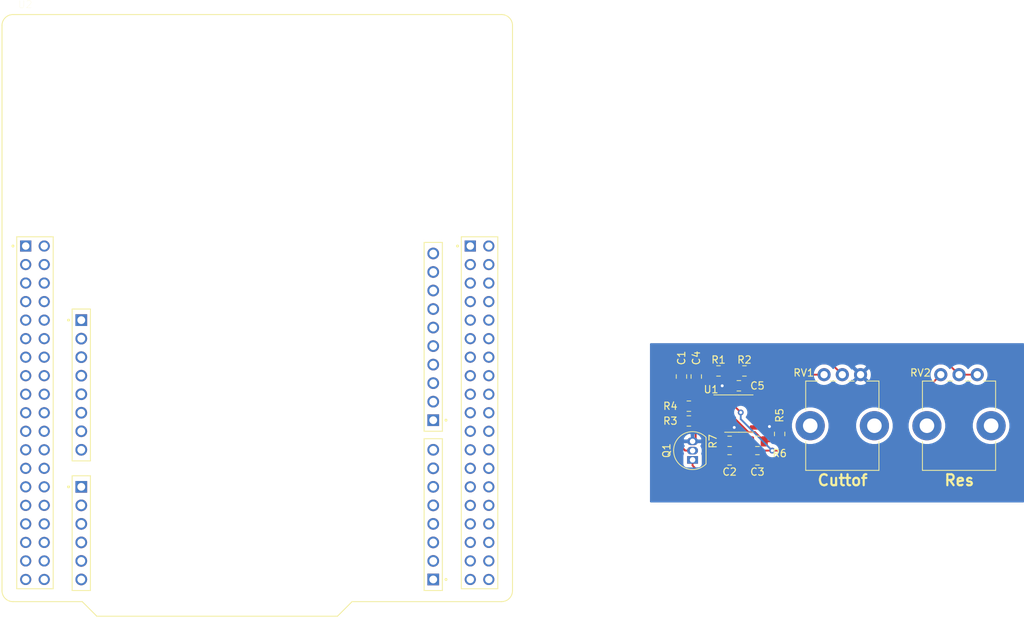
<source format=kicad_pcb>
(kicad_pcb (version 20171130) (host pcbnew "(5.1.5)-3")

  (general
    (thickness 1.6)
    (drawings 2)
    (tracks 94)
    (zones 0)
    (modules 17)
    (nets 77)
  )

  (page A4)
  (layers
    (0 F.Cu signal)
    (31 B.Cu signal)
    (32 B.Adhes user)
    (33 F.Adhes user)
    (34 B.Paste user)
    (35 F.Paste user)
    (36 B.SilkS user)
    (37 F.SilkS user)
    (38 B.Mask user)
    (39 F.Mask user)
    (40 Dwgs.User user)
    (41 Cmts.User user)
    (42 Eco1.User user)
    (43 Eco2.User user)
    (44 Edge.Cuts user)
    (45 Margin user)
    (46 B.CrtYd user)
    (47 F.CrtYd user)
    (48 B.Fab user)
    (49 F.Fab user hide)
  )

  (setup
    (last_trace_width 0.25)
    (trace_clearance 0.2)
    (zone_clearance 0.508)
    (zone_45_only no)
    (trace_min 0.2)
    (via_size 0.8)
    (via_drill 0.4)
    (via_min_size 0.4)
    (via_min_drill 0.3)
    (uvia_size 0.3)
    (uvia_drill 0.1)
    (uvias_allowed no)
    (uvia_min_size 0.2)
    (uvia_min_drill 0.1)
    (edge_width 0.05)
    (segment_width 0.2)
    (pcb_text_width 0.3)
    (pcb_text_size 1.5 1.5)
    (mod_edge_width 0.12)
    (mod_text_size 1 1)
    (mod_text_width 0.15)
    (pad_size 1.524 1.524)
    (pad_drill 0.762)
    (pad_to_mask_clearance 0.051)
    (solder_mask_min_width 0.25)
    (aux_axis_origin 0 0)
    (visible_elements 7FFFFFFF)
    (pcbplotparams
      (layerselection 0x010fc_ffffffff)
      (usegerberextensions false)
      (usegerberattributes false)
      (usegerberadvancedattributes false)
      (creategerberjobfile false)
      (excludeedgelayer true)
      (linewidth 0.100000)
      (plotframeref false)
      (viasonmask false)
      (mode 1)
      (useauxorigin false)
      (hpglpennumber 1)
      (hpglpenspeed 20)
      (hpglpendiameter 15.000000)
      (psnegative false)
      (psa4output false)
      (plotreference true)
      (plotvalue true)
      (plotinvisibletext false)
      (padsonsilk false)
      (subtractmaskfromsilk false)
      (outputformat 1)
      (mirror false)
      (drillshape 1)
      (scaleselection 1)
      (outputdirectory ""))
  )

  (net 0 "")
  (net 1 "Net-(C1-Pad1)")
  (net 2 "Net-(C2-Pad1)")
  (net 3 "Net-(C2-Pad2)")
  (net 4 "Net-(C3-Pad1)")
  (net 5 "Net-(C4-Pad2)")
  (net 6 "Net-(Q1-Pad2)")
  (net 7 GND)
  (net 8 "Net-(R2-Pad2)")
  (net 9 "Net-(R5-Pad1)")
  (net 10 +5VA)
  (net 11 "Net-(U1-Pad6)")
  (net 12 /analog/AUDIO_IN)
  (net 13 /analog/AUDIO_OUT)
  (net 14 /analog/CV_IN)
  (net 15 "Net-(U2-PadCN7_1)")
  (net 16 "Net-(U2-PadCN7_37)")
  (net 17 "Net-(U2-PadCN7_2)")
  (net 18 "Net-(U2-PadCN7_3)")
  (net 19 "Net-(U2-PadCN7_4)")
  (net 20 "Net-(U2-PadCN7_5)")
  (net 21 "Net-(U2-PadCN7_6)")
  (net 22 "Net-(U2-PadCN7_7)")
  (net 23 "Net-(U2-PadCN7_19)")
  (net 24 "Net-(U2-PadCN7_12)")
  (net 25 "Net-(U2-PadCN7_13)")
  (net 26 "Net-(U2-PadCN7_14)")
  (net 27 "Net-(U2-PadCN7_15)")
  (net 28 "Net-(U2-PadCN7_16)")
  (net 29 "Net-(U2-PadCN7_17)")
  (net 30 "Net-(U2-PadCN7_18)")
  (net 31 "Net-(U2-PadCN7_21)")
  (net 32 "Net-(U2-PadCN7_23)")
  (net 33 "Net-(U2-PadCN7_24)")
  (net 34 "Net-(U2-PadCN7_25)")
  (net 35 "Net-(U2-PadCN7_27)")
  (net 36 "Net-(U2-PadCN7_28)")
  (net 37 "Net-(U2-PadCN7_29)")
  (net 38 "Net-(U2-PadCN7_30)")
  (net 39 "Net-(U2-PadCN7_31)")
  (net 40 "Net-(U2-PadCN7_33)")
  (net 41 "Net-(U2-PadCN7_34)")
  (net 42 "Net-(U2-PadCN7_35)")
  (net 43 "Net-(U2-PadCN7_36)")
  (net 44 "Net-(U2-PadCN7_38)")
  (net 45 "Net-(U2-PadCN10_1)")
  (net 46 "Net-(U2-PadCN10_37)")
  (net 47 "Net-(U2-PadCN10_2)")
  (net 48 "Net-(U2-PadCN10_3)")
  (net 49 "Net-(U2-PadCN10_4)")
  (net 50 "Net-(U2-PadCN10_5)")
  (net 51 "Net-(U2-PadCN10_6)")
  (net 52 "Net-(U2-PadCN10_7)")
  (net 53 "Net-(U2-PadCN10_8)")
  (net 54 "Net-(U2-PadCN10_20)")
  (net 55 "Net-(U2-PadCN10_12)")
  (net 56 "Net-(U2-PadCN10_13)")
  (net 57 "Net-(U2-PadCN10_14)")
  (net 58 "Net-(U2-PadCN10_15)")
  (net 59 "Net-(U2-PadCN10_16)")
  (net 60 "Net-(U2-PadCN10_17)")
  (net 61 "Net-(U2-PadCN10_19)")
  (net 62 "Net-(U2-PadCN10_21)")
  (net 63 "Net-(U2-PadCN10_22)")
  (net 64 "Net-(U2-PadCN10_23)")
  (net 65 "Net-(U2-PadCN10_24)")
  (net 66 "Net-(U2-PadCN10_25)")
  (net 67 "Net-(U2-PadCN10_26)")
  (net 68 "Net-(U2-PadCN10_27)")
  (net 69 "Net-(U2-PadCN10_28)")
  (net 70 "Net-(U2-PadCN10_29)")
  (net 71 "Net-(U2-PadCN10_30)")
  (net 72 "Net-(U2-PadCN10_31)")
  (net 73 "Net-(U2-PadCN10_32)")
  (net 74 "Net-(U2-PadCN10_33)")
  (net 75 "Net-(U2-PadCN10_34)")
  (net 76 "Net-(U2-PadCN10_35)")

  (net_class Default "Ceci est la Netclass par défaut."
    (clearance 0.2)
    (trace_width 0.25)
    (via_dia 0.8)
    (via_drill 0.4)
    (uvia_dia 0.3)
    (uvia_drill 0.1)
    (add_net +5VA)
    (add_net /analog/AUDIO_IN)
    (add_net /analog/AUDIO_OUT)
    (add_net /analog/CV_IN)
    (add_net GND)
    (add_net "Net-(C1-Pad1)")
    (add_net "Net-(C2-Pad1)")
    (add_net "Net-(C2-Pad2)")
    (add_net "Net-(C3-Pad1)")
    (add_net "Net-(C4-Pad2)")
    (add_net "Net-(Q1-Pad2)")
    (add_net "Net-(R2-Pad2)")
    (add_net "Net-(R5-Pad1)")
    (add_net "Net-(U1-Pad6)")
    (add_net "Net-(U2-PadCN10_1)")
    (add_net "Net-(U2-PadCN10_12)")
    (add_net "Net-(U2-PadCN10_13)")
    (add_net "Net-(U2-PadCN10_14)")
    (add_net "Net-(U2-PadCN10_15)")
    (add_net "Net-(U2-PadCN10_16)")
    (add_net "Net-(U2-PadCN10_17)")
    (add_net "Net-(U2-PadCN10_19)")
    (add_net "Net-(U2-PadCN10_2)")
    (add_net "Net-(U2-PadCN10_20)")
    (add_net "Net-(U2-PadCN10_21)")
    (add_net "Net-(U2-PadCN10_22)")
    (add_net "Net-(U2-PadCN10_23)")
    (add_net "Net-(U2-PadCN10_24)")
    (add_net "Net-(U2-PadCN10_25)")
    (add_net "Net-(U2-PadCN10_26)")
    (add_net "Net-(U2-PadCN10_27)")
    (add_net "Net-(U2-PadCN10_28)")
    (add_net "Net-(U2-PadCN10_29)")
    (add_net "Net-(U2-PadCN10_3)")
    (add_net "Net-(U2-PadCN10_30)")
    (add_net "Net-(U2-PadCN10_31)")
    (add_net "Net-(U2-PadCN10_32)")
    (add_net "Net-(U2-PadCN10_33)")
    (add_net "Net-(U2-PadCN10_34)")
    (add_net "Net-(U2-PadCN10_35)")
    (add_net "Net-(U2-PadCN10_37)")
    (add_net "Net-(U2-PadCN10_4)")
    (add_net "Net-(U2-PadCN10_5)")
    (add_net "Net-(U2-PadCN10_6)")
    (add_net "Net-(U2-PadCN10_7)")
    (add_net "Net-(U2-PadCN10_8)")
    (add_net "Net-(U2-PadCN7_1)")
    (add_net "Net-(U2-PadCN7_12)")
    (add_net "Net-(U2-PadCN7_13)")
    (add_net "Net-(U2-PadCN7_14)")
    (add_net "Net-(U2-PadCN7_15)")
    (add_net "Net-(U2-PadCN7_16)")
    (add_net "Net-(U2-PadCN7_17)")
    (add_net "Net-(U2-PadCN7_18)")
    (add_net "Net-(U2-PadCN7_19)")
    (add_net "Net-(U2-PadCN7_2)")
    (add_net "Net-(U2-PadCN7_21)")
    (add_net "Net-(U2-PadCN7_23)")
    (add_net "Net-(U2-PadCN7_24)")
    (add_net "Net-(U2-PadCN7_25)")
    (add_net "Net-(U2-PadCN7_27)")
    (add_net "Net-(U2-PadCN7_28)")
    (add_net "Net-(U2-PadCN7_29)")
    (add_net "Net-(U2-PadCN7_3)")
    (add_net "Net-(U2-PadCN7_30)")
    (add_net "Net-(U2-PadCN7_31)")
    (add_net "Net-(U2-PadCN7_33)")
    (add_net "Net-(U2-PadCN7_34)")
    (add_net "Net-(U2-PadCN7_35)")
    (add_net "Net-(U2-PadCN7_36)")
    (add_net "Net-(U2-PadCN7_37)")
    (add_net "Net-(U2-PadCN7_38)")
    (add_net "Net-(U2-PadCN7_4)")
    (add_net "Net-(U2-PadCN7_5)")
    (add_net "Net-(U2-PadCN7_6)")
    (add_net "Net-(U2-PadCN7_7)")
  )

  (module Package_TO_SOT_THT:TO-92_Inline (layer F.Cu) (tedit 5A1DD157) (tstamp 5E50749C)
    (at -429.26 -303.53 90)
    (descr "TO-92 leads in-line, narrow, oval pads, drill 0.75mm (see NXP sot054_po.pdf)")
    (tags "to-92 sc-43 sc-43a sot54 PA33 transistor")
    (path /5E632F77/5E64D2DC)
    (fp_text reference Q1 (at 1.27 -3.56 90) (layer F.SilkS)
      (effects (font (size 1 1) (thickness 0.15)))
    )
    (fp_text value BC547 (at 1.27 2.79 90) (layer F.Fab)
      (effects (font (size 1 1) (thickness 0.15)))
    )
    (fp_arc (start 1.27 0) (end 1.27 -2.6) (angle 135) (layer F.SilkS) (width 0.12))
    (fp_arc (start 1.27 0) (end 1.27 -2.48) (angle -135) (layer F.Fab) (width 0.1))
    (fp_arc (start 1.27 0) (end 1.27 -2.6) (angle -135) (layer F.SilkS) (width 0.12))
    (fp_arc (start 1.27 0) (end 1.27 -2.48) (angle 135) (layer F.Fab) (width 0.1))
    (fp_line (start 4 2.01) (end -1.46 2.01) (layer F.CrtYd) (width 0.05))
    (fp_line (start 4 2.01) (end 4 -2.73) (layer F.CrtYd) (width 0.05))
    (fp_line (start -1.46 -2.73) (end -1.46 2.01) (layer F.CrtYd) (width 0.05))
    (fp_line (start -1.46 -2.73) (end 4 -2.73) (layer F.CrtYd) (width 0.05))
    (fp_line (start -0.5 1.75) (end 3 1.75) (layer F.Fab) (width 0.1))
    (fp_line (start -0.53 1.85) (end 3.07 1.85) (layer F.SilkS) (width 0.12))
    (fp_text user %R (at 1.27 -3.56 90) (layer F.Fab)
      (effects (font (size 1 1) (thickness 0.15)))
    )
    (pad 1 thru_hole rect (at 0 0 90) (size 1.05 1.5) (drill 0.75) (layers *.Cu *.Mask)
      (net 2 "Net-(C2-Pad1)"))
    (pad 3 thru_hole oval (at 2.54 0 90) (size 1.05 1.5) (drill 0.75) (layers *.Cu *.Mask)
      (net 7 GND))
    (pad 2 thru_hole oval (at 1.27 0 90) (size 1.05 1.5) (drill 0.75) (layers *.Cu *.Mask)
      (net 6 "Net-(Q1-Pad2)"))
    (model ${KISYS3DMOD}/Package_TO_SOT_THT.3dshapes/TO-92_Inline.wrl
      (at (xyz 0 0 0))
      (scale (xyz 1 1 1))
      (rotate (xyz 0 0 0))
    )
  )

  (module Capacitor_SMD:C_0805_2012Metric (layer F.Cu) (tedit 5B36C52B) (tstamp 5E50371E)
    (at -422.91 -313.69)
    (descr "Capacitor SMD 0805 (2012 Metric), square (rectangular) end terminal, IPC_7351 nominal, (Body size source: https://docs.google.com/spreadsheets/d/1BsfQQcO9C6DZCsRaXUlFlo91Tg2WpOkGARC1WS5S8t0/edit?usp=sharing), generated with kicad-footprint-generator")
    (tags capacitor)
    (path /5E632F77/5E64D363)
    (attr smd)
    (fp_text reference C5 (at 2.54 0) (layer F.SilkS)
      (effects (font (size 1 1) (thickness 0.15)))
    )
    (fp_text value 4.7u (at 0 1.65) (layer F.Fab)
      (effects (font (size 1 1) (thickness 0.15)))
    )
    (fp_text user %R (at 0 0) (layer F.Fab)
      (effects (font (size 0.5 0.5) (thickness 0.08)))
    )
    (fp_line (start 1.68 0.95) (end -1.68 0.95) (layer F.CrtYd) (width 0.05))
    (fp_line (start 1.68 -0.95) (end 1.68 0.95) (layer F.CrtYd) (width 0.05))
    (fp_line (start -1.68 -0.95) (end 1.68 -0.95) (layer F.CrtYd) (width 0.05))
    (fp_line (start -1.68 0.95) (end -1.68 -0.95) (layer F.CrtYd) (width 0.05))
    (fp_line (start -0.258578 0.71) (end 0.258578 0.71) (layer F.SilkS) (width 0.12))
    (fp_line (start -0.258578 -0.71) (end 0.258578 -0.71) (layer F.SilkS) (width 0.12))
    (fp_line (start 1 0.6) (end -1 0.6) (layer F.Fab) (width 0.1))
    (fp_line (start 1 -0.6) (end 1 0.6) (layer F.Fab) (width 0.1))
    (fp_line (start -1 -0.6) (end 1 -0.6) (layer F.Fab) (width 0.1))
    (fp_line (start -1 0.6) (end -1 -0.6) (layer F.Fab) (width 0.1))
    (pad 2 smd roundrect (at 0.9375 0) (size 0.975 1.4) (layers F.Cu F.Paste F.Mask) (roundrect_rratio 0.25)
      (net 10 +5VA))
    (pad 1 smd roundrect (at -0.9375 0) (size 0.975 1.4) (layers F.Cu F.Paste F.Mask) (roundrect_rratio 0.25)
      (net 7 GND))
    (model ${KISYS3DMOD}/Capacitor_SMD.3dshapes/C_0805_2012Metric.wrl
      (at (xyz 0 0 0))
      (scale (xyz 1 1 1))
      (rotate (xyz 0 0 0))
    )
  )

  (module Resistor_SMD:R_0805_2012Metric (layer F.Cu) (tedit 5B36C52B) (tstamp 5E507D1D)
    (at -420.37 -306.07 180)
    (descr "Resistor SMD 0805 (2012 Metric), square (rectangular) end terminal, IPC_7351 nominal, (Body size source: https://docs.google.com/spreadsheets/d/1BsfQQcO9C6DZCsRaXUlFlo91Tg2WpOkGARC1WS5S8t0/edit?usp=sharing), generated with kicad-footprint-generator")
    (tags resistor)
    (path /5E632F77/5E64D2A0)
    (attr smd)
    (fp_text reference R6 (at -3.048 -1.65) (layer F.SilkS)
      (effects (font (size 1 1) (thickness 0.15)))
    )
    (fp_text value 100k (at 0 1.65) (layer F.Fab)
      (effects (font (size 1 1) (thickness 0.15)))
    )
    (fp_line (start -1 0.6) (end -1 -0.6) (layer F.Fab) (width 0.1))
    (fp_line (start -1 -0.6) (end 1 -0.6) (layer F.Fab) (width 0.1))
    (fp_line (start 1 -0.6) (end 1 0.6) (layer F.Fab) (width 0.1))
    (fp_line (start 1 0.6) (end -1 0.6) (layer F.Fab) (width 0.1))
    (fp_line (start -0.258578 -0.71) (end 0.258578 -0.71) (layer F.SilkS) (width 0.12))
    (fp_line (start -0.258578 0.71) (end 0.258578 0.71) (layer F.SilkS) (width 0.12))
    (fp_line (start -1.68 0.95) (end -1.68 -0.95) (layer F.CrtYd) (width 0.05))
    (fp_line (start -1.68 -0.95) (end 1.68 -0.95) (layer F.CrtYd) (width 0.05))
    (fp_line (start 1.68 -0.95) (end 1.68 0.95) (layer F.CrtYd) (width 0.05))
    (fp_line (start 1.68 0.95) (end -1.68 0.95) (layer F.CrtYd) (width 0.05))
    (fp_text user %R (at 0 0) (layer F.Fab)
      (effects (font (size 0.5 0.5) (thickness 0.08)))
    )
    (pad 1 smd roundrect (at -0.9375 0 180) (size 0.975 1.4) (layers F.Cu F.Paste F.Mask) (roundrect_rratio 0.25)
      (net 9 "Net-(R5-Pad1)"))
    (pad 2 smd roundrect (at 0.9375 0 180) (size 0.975 1.4) (layers F.Cu F.Paste F.Mask) (roundrect_rratio 0.25)
      (net 7 GND))
    (model ${KISYS3DMOD}/Resistor_SMD.3dshapes/R_0805_2012Metric.wrl
      (at (xyz 0 0 0))
      (scale (xyz 1 1 1))
      (rotate (xyz 0 0 0))
    )
  )

  (module Capacitor_SMD:C_0805_2012Metric (layer F.Cu) (tedit 5B36C52B) (tstamp 5E502F34)
    (at -430.784 -314.96 90)
    (descr "Capacitor SMD 0805 (2012 Metric), square (rectangular) end terminal, IPC_7351 nominal, (Body size source: https://docs.google.com/spreadsheets/d/1BsfQQcO9C6DZCsRaXUlFlo91Tg2WpOkGARC1WS5S8t0/edit?usp=sharing), generated with kicad-footprint-generator")
    (tags capacitor)
    (path /5E632F77/5E64D2FA)
    (attr smd)
    (fp_text reference C1 (at 2.54 0 90) (layer F.SilkS)
      (effects (font (size 1 1) (thickness 0.15)))
    )
    (fp_text value 4.7u (at 0 1.65 90) (layer F.Fab)
      (effects (font (size 1 1) (thickness 0.15)))
    )
    (fp_text user %R (at 0 0 90) (layer F.Fab)
      (effects (font (size 0.5 0.5) (thickness 0.08)))
    )
    (fp_line (start 1.68 0.95) (end -1.68 0.95) (layer F.CrtYd) (width 0.05))
    (fp_line (start 1.68 -0.95) (end 1.68 0.95) (layer F.CrtYd) (width 0.05))
    (fp_line (start -1.68 -0.95) (end 1.68 -0.95) (layer F.CrtYd) (width 0.05))
    (fp_line (start -1.68 0.95) (end -1.68 -0.95) (layer F.CrtYd) (width 0.05))
    (fp_line (start -0.258578 0.71) (end 0.258578 0.71) (layer F.SilkS) (width 0.12))
    (fp_line (start -0.258578 -0.71) (end 0.258578 -0.71) (layer F.SilkS) (width 0.12))
    (fp_line (start 1 0.6) (end -1 0.6) (layer F.Fab) (width 0.1))
    (fp_line (start 1 -0.6) (end 1 0.6) (layer F.Fab) (width 0.1))
    (fp_line (start -1 -0.6) (end 1 -0.6) (layer F.Fab) (width 0.1))
    (fp_line (start -1 0.6) (end -1 -0.6) (layer F.Fab) (width 0.1))
    (pad 2 smd roundrect (at 0.9375 0 90) (size 0.975 1.4) (layers F.Cu F.Paste F.Mask) (roundrect_rratio 0.25)
      (net 12 /analog/AUDIO_IN))
    (pad 1 smd roundrect (at -0.9375 0 90) (size 0.975 1.4) (layers F.Cu F.Paste F.Mask) (roundrect_rratio 0.25)
      (net 1 "Net-(C1-Pad1)"))
    (model ${KISYS3DMOD}/Capacitor_SMD.3dshapes/C_0805_2012Metric.wrl
      (at (xyz 0 0 0))
      (scale (xyz 1 1 1))
      (rotate (xyz 0 0 0))
    )
  )

  (module Capacitor_SMD:C_0805_2012Metric (layer F.Cu) (tedit 5B36C52B) (tstamp 5E502F45)
    (at -424.18 -303.53 180)
    (descr "Capacitor SMD 0805 (2012 Metric), square (rectangular) end terminal, IPC_7351 nominal, (Body size source: https://docs.google.com/spreadsheets/d/1BsfQQcO9C6DZCsRaXUlFlo91Tg2WpOkGARC1WS5S8t0/edit?usp=sharing), generated with kicad-footprint-generator")
    (tags capacitor)
    (path /5E632F77/5E64D2E8)
    (attr smd)
    (fp_text reference C2 (at 0 -1.65) (layer F.SilkS)
      (effects (font (size 1 1) (thickness 0.15)))
    )
    (fp_text value 10n (at 0 1.65) (layer F.Fab)
      (effects (font (size 1 1) (thickness 0.15)))
    )
    (fp_text user %R (at 0 0) (layer F.Fab)
      (effects (font (size 0.5 0.5) (thickness 0.08)))
    )
    (fp_line (start 1.68 0.95) (end -1.68 0.95) (layer F.CrtYd) (width 0.05))
    (fp_line (start 1.68 -0.95) (end 1.68 0.95) (layer F.CrtYd) (width 0.05))
    (fp_line (start -1.68 -0.95) (end 1.68 -0.95) (layer F.CrtYd) (width 0.05))
    (fp_line (start -1.68 0.95) (end -1.68 -0.95) (layer F.CrtYd) (width 0.05))
    (fp_line (start -0.258578 0.71) (end 0.258578 0.71) (layer F.SilkS) (width 0.12))
    (fp_line (start -0.258578 -0.71) (end 0.258578 -0.71) (layer F.SilkS) (width 0.12))
    (fp_line (start 1 0.6) (end -1 0.6) (layer F.Fab) (width 0.1))
    (fp_line (start 1 -0.6) (end 1 0.6) (layer F.Fab) (width 0.1))
    (fp_line (start -1 -0.6) (end 1 -0.6) (layer F.Fab) (width 0.1))
    (fp_line (start -1 0.6) (end -1 -0.6) (layer F.Fab) (width 0.1))
    (pad 2 smd roundrect (at 0.9375 0 180) (size 0.975 1.4) (layers F.Cu F.Paste F.Mask) (roundrect_rratio 0.25)
      (net 3 "Net-(C2-Pad2)"))
    (pad 1 smd roundrect (at -0.9375 0 180) (size 0.975 1.4) (layers F.Cu F.Paste F.Mask) (roundrect_rratio 0.25)
      (net 2 "Net-(C2-Pad1)"))
    (model ${KISYS3DMOD}/Capacitor_SMD.3dshapes/C_0805_2012Metric.wrl
      (at (xyz 0 0 0))
      (scale (xyz 1 1 1))
      (rotate (xyz 0 0 0))
    )
  )

  (module Capacitor_SMD:C_0805_2012Metric (layer F.Cu) (tedit 5B36C52B) (tstamp 5E502F56)
    (at -420.37 -303.53 180)
    (descr "Capacitor SMD 0805 (2012 Metric), square (rectangular) end terminal, IPC_7351 nominal, (Body size source: https://docs.google.com/spreadsheets/d/1BsfQQcO9C6DZCsRaXUlFlo91Tg2WpOkGARC1WS5S8t0/edit?usp=sharing), generated with kicad-footprint-generator")
    (tags capacitor)
    (path /5E632F77/5E64D2EE)
    (attr smd)
    (fp_text reference C3 (at 0 -1.65) (layer F.SilkS)
      (effects (font (size 1 1) (thickness 0.15)))
    )
    (fp_text value 10n (at 0 1.65) (layer F.Fab)
      (effects (font (size 1 1) (thickness 0.15)))
    )
    (fp_text user %R (at 0 0) (layer F.Fab)
      (effects (font (size 0.5 0.5) (thickness 0.08)))
    )
    (fp_line (start 1.68 0.95) (end -1.68 0.95) (layer F.CrtYd) (width 0.05))
    (fp_line (start 1.68 -0.95) (end 1.68 0.95) (layer F.CrtYd) (width 0.05))
    (fp_line (start -1.68 -0.95) (end 1.68 -0.95) (layer F.CrtYd) (width 0.05))
    (fp_line (start -1.68 0.95) (end -1.68 -0.95) (layer F.CrtYd) (width 0.05))
    (fp_line (start -0.258578 0.71) (end 0.258578 0.71) (layer F.SilkS) (width 0.12))
    (fp_line (start -0.258578 -0.71) (end 0.258578 -0.71) (layer F.SilkS) (width 0.12))
    (fp_line (start 1 0.6) (end -1 0.6) (layer F.Fab) (width 0.1))
    (fp_line (start 1 -0.6) (end 1 0.6) (layer F.Fab) (width 0.1))
    (fp_line (start -1 -0.6) (end 1 -0.6) (layer F.Fab) (width 0.1))
    (fp_line (start -1 0.6) (end -1 -0.6) (layer F.Fab) (width 0.1))
    (pad 2 smd roundrect (at 0.9375 0 180) (size 0.975 1.4) (layers F.Cu F.Paste F.Mask) (roundrect_rratio 0.25)
      (net 2 "Net-(C2-Pad1)"))
    (pad 1 smd roundrect (at -0.9375 0 180) (size 0.975 1.4) (layers F.Cu F.Paste F.Mask) (roundrect_rratio 0.25)
      (net 4 "Net-(C3-Pad1)"))
    (model ${KISYS3DMOD}/Capacitor_SMD.3dshapes/C_0805_2012Metric.wrl
      (at (xyz 0 0 0))
      (scale (xyz 1 1 1))
      (rotate (xyz 0 0 0))
    )
  )

  (module Capacitor_SMD:C_0805_2012Metric (layer F.Cu) (tedit 5B36C52B) (tstamp 5E502F67)
    (at -428.752 -314.96 270)
    (descr "Capacitor SMD 0805 (2012 Metric), square (rectangular) end terminal, IPC_7351 nominal, (Body size source: https://docs.google.com/spreadsheets/d/1BsfQQcO9C6DZCsRaXUlFlo91Tg2WpOkGARC1WS5S8t0/edit?usp=sharing), generated with kicad-footprint-generator")
    (tags capacitor)
    (path /5E632F77/5E64D2F4)
    (attr smd)
    (fp_text reference C4 (at -2.54 0 90) (layer F.SilkS)
      (effects (font (size 1 1) (thickness 0.15)))
    )
    (fp_text value 4.7u (at 0 1.65 90) (layer F.Fab)
      (effects (font (size 1 1) (thickness 0.15)))
    )
    (fp_text user %R (at 0 0 90) (layer F.Fab)
      (effects (font (size 0.5 0.5) (thickness 0.08)))
    )
    (fp_line (start 1.68 0.95) (end -1.68 0.95) (layer F.CrtYd) (width 0.05))
    (fp_line (start 1.68 -0.95) (end 1.68 0.95) (layer F.CrtYd) (width 0.05))
    (fp_line (start -1.68 -0.95) (end 1.68 -0.95) (layer F.CrtYd) (width 0.05))
    (fp_line (start -1.68 0.95) (end -1.68 -0.95) (layer F.CrtYd) (width 0.05))
    (fp_line (start -0.258578 0.71) (end 0.258578 0.71) (layer F.SilkS) (width 0.12))
    (fp_line (start -0.258578 -0.71) (end 0.258578 -0.71) (layer F.SilkS) (width 0.12))
    (fp_line (start 1 0.6) (end -1 0.6) (layer F.Fab) (width 0.1))
    (fp_line (start 1 -0.6) (end 1 0.6) (layer F.Fab) (width 0.1))
    (fp_line (start -1 -0.6) (end 1 -0.6) (layer F.Fab) (width 0.1))
    (fp_line (start -1 0.6) (end -1 -0.6) (layer F.Fab) (width 0.1))
    (pad 2 smd roundrect (at 0.9375 0 270) (size 0.975 1.4) (layers F.Cu F.Paste F.Mask) (roundrect_rratio 0.25)
      (net 5 "Net-(C4-Pad2)"))
    (pad 1 smd roundrect (at -0.9375 0 270) (size 0.975 1.4) (layers F.Cu F.Paste F.Mask) (roundrect_rratio 0.25)
      (net 13 /analog/AUDIO_OUT))
    (model ${KISYS3DMOD}/Capacitor_SMD.3dshapes/C_0805_2012Metric.wrl
      (at (xyz 0 0 0))
      (scale (xyz 1 1 1))
      (rotate (xyz 0 0 0))
    )
  )

  (module Resistor_SMD:R_0805_2012Metric (layer F.Cu) (tedit 5B36C52B) (tstamp 5E506245)
    (at -425.704 -315.722 180)
    (descr "Resistor SMD 0805 (2012 Metric), square (rectangular) end terminal, IPC_7351 nominal, (Body size source: https://docs.google.com/spreadsheets/d/1BsfQQcO9C6DZCsRaXUlFlo91Tg2WpOkGARC1WS5S8t0/edit?usp=sharing), generated with kicad-footprint-generator")
    (tags resistor)
    (path /5E632F77/5E64D2D0)
    (attr smd)
    (fp_text reference R1 (at 0 1.524) (layer F.SilkS)
      (effects (font (size 1 1) (thickness 0.15)))
    )
    (fp_text value 10k (at 0 1.65) (layer F.Fab)
      (effects (font (size 1 1) (thickness 0.15)))
    )
    (fp_text user %R (at 0 0) (layer F.Fab)
      (effects (font (size 0.5 0.5) (thickness 0.08)))
    )
    (fp_line (start 1.68 0.95) (end -1.68 0.95) (layer F.CrtYd) (width 0.05))
    (fp_line (start 1.68 -0.95) (end 1.68 0.95) (layer F.CrtYd) (width 0.05))
    (fp_line (start -1.68 -0.95) (end 1.68 -0.95) (layer F.CrtYd) (width 0.05))
    (fp_line (start -1.68 0.95) (end -1.68 -0.95) (layer F.CrtYd) (width 0.05))
    (fp_line (start -0.258578 0.71) (end 0.258578 0.71) (layer F.SilkS) (width 0.12))
    (fp_line (start -0.258578 -0.71) (end 0.258578 -0.71) (layer F.SilkS) (width 0.12))
    (fp_line (start 1 0.6) (end -1 0.6) (layer F.Fab) (width 0.1))
    (fp_line (start 1 -0.6) (end 1 0.6) (layer F.Fab) (width 0.1))
    (fp_line (start -1 -0.6) (end 1 -0.6) (layer F.Fab) (width 0.1))
    (fp_line (start -1 0.6) (end -1 -0.6) (layer F.Fab) (width 0.1))
    (pad 2 smd roundrect (at 0.9375 0 180) (size 0.975 1.4) (layers F.Cu F.Paste F.Mask) (roundrect_rratio 0.25)
      (net 14 /analog/CV_IN))
    (pad 1 smd roundrect (at -0.9375 0 180) (size 0.975 1.4) (layers F.Cu F.Paste F.Mask) (roundrect_rratio 0.25)
      (net 6 "Net-(Q1-Pad2)"))
    (model ${KISYS3DMOD}/Resistor_SMD.3dshapes/R_0805_2012Metric.wrl
      (at (xyz 0 0 0))
      (scale (xyz 1 1 1))
      (rotate (xyz 0 0 0))
    )
  )

  (module Resistor_SMD:R_0805_2012Metric (layer F.Cu) (tedit 5B36C52B) (tstamp 5E502F9B)
    (at -422.148 -315.722)
    (descr "Resistor SMD 0805 (2012 Metric), square (rectangular) end terminal, IPC_7351 nominal, (Body size source: https://docs.google.com/spreadsheets/d/1BsfQQcO9C6DZCsRaXUlFlo91Tg2WpOkGARC1WS5S8t0/edit?usp=sharing), generated with kicad-footprint-generator")
    (tags resistor)
    (path /5E632F77/5E64D2D6)
    (attr smd)
    (fp_text reference R2 (at 0 -1.524) (layer F.SilkS)
      (effects (font (size 1 1) (thickness 0.15)))
    )
    (fp_text value 10k (at 0 1.65) (layer F.Fab)
      (effects (font (size 1 1) (thickness 0.15)))
    )
    (fp_text user %R (at 0 0) (layer F.Fab)
      (effects (font (size 0.5 0.5) (thickness 0.08)))
    )
    (fp_line (start 1.68 0.95) (end -1.68 0.95) (layer F.CrtYd) (width 0.05))
    (fp_line (start 1.68 -0.95) (end 1.68 0.95) (layer F.CrtYd) (width 0.05))
    (fp_line (start -1.68 -0.95) (end 1.68 -0.95) (layer F.CrtYd) (width 0.05))
    (fp_line (start -1.68 0.95) (end -1.68 -0.95) (layer F.CrtYd) (width 0.05))
    (fp_line (start -0.258578 0.71) (end 0.258578 0.71) (layer F.SilkS) (width 0.12))
    (fp_line (start -0.258578 -0.71) (end 0.258578 -0.71) (layer F.SilkS) (width 0.12))
    (fp_line (start 1 0.6) (end -1 0.6) (layer F.Fab) (width 0.1))
    (fp_line (start 1 -0.6) (end 1 0.6) (layer F.Fab) (width 0.1))
    (fp_line (start -1 -0.6) (end 1 -0.6) (layer F.Fab) (width 0.1))
    (fp_line (start -1 0.6) (end -1 -0.6) (layer F.Fab) (width 0.1))
    (pad 2 smd roundrect (at 0.9375 0) (size 0.975 1.4) (layers F.Cu F.Paste F.Mask) (roundrect_rratio 0.25)
      (net 8 "Net-(R2-Pad2)"))
    (pad 1 smd roundrect (at -0.9375 0) (size 0.975 1.4) (layers F.Cu F.Paste F.Mask) (roundrect_rratio 0.25)
      (net 6 "Net-(Q1-Pad2)"))
    (model ${KISYS3DMOD}/Resistor_SMD.3dshapes/R_0805_2012Metric.wrl
      (at (xyz 0 0 0))
      (scale (xyz 1 1 1))
      (rotate (xyz 0 0 0))
    )
  )

  (module Resistor_SMD:R_0805_2012Metric (layer F.Cu) (tedit 5B36C52B) (tstamp 5E502FAC)
    (at -429.768 -308.864 180)
    (descr "Resistor SMD 0805 (2012 Metric), square (rectangular) end terminal, IPC_7351 nominal, (Body size source: https://docs.google.com/spreadsheets/d/1BsfQQcO9C6DZCsRaXUlFlo91Tg2WpOkGARC1WS5S8t0/edit?usp=sharing), generated with kicad-footprint-generator")
    (tags resistor)
    (path /5E632F77/5E64D2BE)
    (attr smd)
    (fp_text reference R3 (at 2.54 0) (layer F.SilkS)
      (effects (font (size 1 1) (thickness 0.15)))
    )
    (fp_text value 100k (at 0 1.65) (layer F.Fab)
      (effects (font (size 1 1) (thickness 0.15)))
    )
    (fp_text user %R (at 0 0) (layer F.Fab)
      (effects (font (size 0.5 0.5) (thickness 0.08)))
    )
    (fp_line (start 1.68 0.95) (end -1.68 0.95) (layer F.CrtYd) (width 0.05))
    (fp_line (start 1.68 -0.95) (end 1.68 0.95) (layer F.CrtYd) (width 0.05))
    (fp_line (start -1.68 -0.95) (end 1.68 -0.95) (layer F.CrtYd) (width 0.05))
    (fp_line (start -1.68 0.95) (end -1.68 -0.95) (layer F.CrtYd) (width 0.05))
    (fp_line (start -0.258578 0.71) (end 0.258578 0.71) (layer F.SilkS) (width 0.12))
    (fp_line (start -0.258578 -0.71) (end 0.258578 -0.71) (layer F.SilkS) (width 0.12))
    (fp_line (start 1 0.6) (end -1 0.6) (layer F.Fab) (width 0.1))
    (fp_line (start 1 -0.6) (end 1 0.6) (layer F.Fab) (width 0.1))
    (fp_line (start -1 -0.6) (end 1 -0.6) (layer F.Fab) (width 0.1))
    (fp_line (start -1 0.6) (end -1 -0.6) (layer F.Fab) (width 0.1))
    (pad 2 smd roundrect (at 0.9375 0 180) (size 0.975 1.4) (layers F.Cu F.Paste F.Mask) (roundrect_rratio 0.25)
      (net 1 "Net-(C1-Pad1)"))
    (pad 1 smd roundrect (at -0.9375 0 180) (size 0.975 1.4) (layers F.Cu F.Paste F.Mask) (roundrect_rratio 0.25)
      (net 7 GND))
    (model ${KISYS3DMOD}/Resistor_SMD.3dshapes/R_0805_2012Metric.wrl
      (at (xyz 0 0 0))
      (scale (xyz 1 1 1))
      (rotate (xyz 0 0 0))
    )
  )

  (module Resistor_SMD:R_0805_2012Metric (layer F.Cu) (tedit 5B36C52B) (tstamp 5E502FBD)
    (at -429.768 -310.896 180)
    (descr "Resistor SMD 0805 (2012 Metric), square (rectangular) end terminal, IPC_7351 nominal, (Body size source: https://docs.google.com/spreadsheets/d/1BsfQQcO9C6DZCsRaXUlFlo91Tg2WpOkGARC1WS5S8t0/edit?usp=sharing), generated with kicad-footprint-generator")
    (tags resistor)
    (path /5E632F77/5E64D2B2)
    (attr smd)
    (fp_text reference R4 (at 2.54 0) (layer F.SilkS)
      (effects (font (size 1 1) (thickness 0.15)))
    )
    (fp_text value 1M (at 0 1.65) (layer F.Fab)
      (effects (font (size 1 1) (thickness 0.15)))
    )
    (fp_text user %R (at 0 0) (layer F.Fab)
      (effects (font (size 0.5 0.5) (thickness 0.08)))
    )
    (fp_line (start 1.68 0.95) (end -1.68 0.95) (layer F.CrtYd) (width 0.05))
    (fp_line (start 1.68 -0.95) (end 1.68 0.95) (layer F.CrtYd) (width 0.05))
    (fp_line (start -1.68 -0.95) (end 1.68 -0.95) (layer F.CrtYd) (width 0.05))
    (fp_line (start -1.68 0.95) (end -1.68 -0.95) (layer F.CrtYd) (width 0.05))
    (fp_line (start -0.258578 0.71) (end 0.258578 0.71) (layer F.SilkS) (width 0.12))
    (fp_line (start -0.258578 -0.71) (end 0.258578 -0.71) (layer F.SilkS) (width 0.12))
    (fp_line (start 1 0.6) (end -1 0.6) (layer F.Fab) (width 0.1))
    (fp_line (start 1 -0.6) (end 1 0.6) (layer F.Fab) (width 0.1))
    (fp_line (start -1 -0.6) (end 1 -0.6) (layer F.Fab) (width 0.1))
    (fp_line (start -1 0.6) (end -1 -0.6) (layer F.Fab) (width 0.1))
    (pad 2 smd roundrect (at 0.9375 0 180) (size 0.975 1.4) (layers F.Cu F.Paste F.Mask) (roundrect_rratio 0.25)
      (net 1 "Net-(C1-Pad1)"))
    (pad 1 smd roundrect (at -0.9375 0 180) (size 0.975 1.4) (layers F.Cu F.Paste F.Mask) (roundrect_rratio 0.25)
      (net 3 "Net-(C2-Pad2)"))
    (model ${KISYS3DMOD}/Resistor_SMD.3dshapes/R_0805_2012Metric.wrl
      (at (xyz 0 0 0))
      (scale (xyz 1 1 1))
      (rotate (xyz 0 0 0))
    )
  )

  (module Resistor_SMD:R_0805_2012Metric (layer F.Cu) (tedit 5B36C52B) (tstamp 5E502FCE)
    (at -417.322 -307.086 90)
    (descr "Resistor SMD 0805 (2012 Metric), square (rectangular) end terminal, IPC_7351 nominal, (Body size source: https://docs.google.com/spreadsheets/d/1BsfQQcO9C6DZCsRaXUlFlo91Tg2WpOkGARC1WS5S8t0/edit?usp=sharing), generated with kicad-footprint-generator")
    (tags resistor)
    (path /5E632F77/5E64D2B8)
    (attr smd)
    (fp_text reference R5 (at 2.54 0 90) (layer F.SilkS)
      (effects (font (size 1 1) (thickness 0.15)))
    )
    (fp_text value 100k (at 0 1.65 90) (layer F.Fab)
      (effects (font (size 1 1) (thickness 0.15)))
    )
    (fp_text user %R (at 0 0 90) (layer F.Fab)
      (effects (font (size 0.5 0.5) (thickness 0.08)))
    )
    (fp_line (start 1.68 0.95) (end -1.68 0.95) (layer F.CrtYd) (width 0.05))
    (fp_line (start 1.68 -0.95) (end 1.68 0.95) (layer F.CrtYd) (width 0.05))
    (fp_line (start -1.68 -0.95) (end 1.68 -0.95) (layer F.CrtYd) (width 0.05))
    (fp_line (start -1.68 0.95) (end -1.68 -0.95) (layer F.CrtYd) (width 0.05))
    (fp_line (start -0.258578 0.71) (end 0.258578 0.71) (layer F.SilkS) (width 0.12))
    (fp_line (start -0.258578 -0.71) (end 0.258578 -0.71) (layer F.SilkS) (width 0.12))
    (fp_line (start 1 0.6) (end -1 0.6) (layer F.Fab) (width 0.1))
    (fp_line (start 1 -0.6) (end 1 0.6) (layer F.Fab) (width 0.1))
    (fp_line (start -1 -0.6) (end 1 -0.6) (layer F.Fab) (width 0.1))
    (fp_line (start -1 0.6) (end -1 -0.6) (layer F.Fab) (width 0.1))
    (pad 2 smd roundrect (at 0.9375 0 90) (size 0.975 1.4) (layers F.Cu F.Paste F.Mask) (roundrect_rratio 0.25)
      (net 10 +5VA))
    (pad 1 smd roundrect (at -0.9375 0 90) (size 0.975 1.4) (layers F.Cu F.Paste F.Mask) (roundrect_rratio 0.25)
      (net 9 "Net-(R5-Pad1)"))
    (model ${KISYS3DMOD}/Resistor_SMD.3dshapes/R_0805_2012Metric.wrl
      (at (xyz 0 0 0))
      (scale (xyz 1 1 1))
      (rotate (xyz 0 0 0))
    )
  )

  (module Resistor_SMD:R_0805_2012Metric (layer F.Cu) (tedit 5B36C52B) (tstamp 5E5059A6)
    (at -424.18 -306.07 180)
    (descr "Resistor SMD 0805 (2012 Metric), square (rectangular) end terminal, IPC_7351 nominal, (Body size source: https://docs.google.com/spreadsheets/d/1BsfQQcO9C6DZCsRaXUlFlo91Tg2WpOkGARC1WS5S8t0/edit?usp=sharing), generated with kicad-footprint-generator")
    (tags resistor)
    (path /5E632F77/5E64D2CA)
    (attr smd)
    (fp_text reference R7 (at 2.286 0 90) (layer F.SilkS)
      (effects (font (size 1 1) (thickness 0.15)))
    )
    (fp_text value 470k (at 0 1.65) (layer F.Fab)
      (effects (font (size 1 1) (thickness 0.15)))
    )
    (fp_text user %R (at 0 0) (layer F.Fab)
      (effects (font (size 0.5 0.5) (thickness 0.08)))
    )
    (fp_line (start 1.68 0.95) (end -1.68 0.95) (layer F.CrtYd) (width 0.05))
    (fp_line (start 1.68 -0.95) (end 1.68 0.95) (layer F.CrtYd) (width 0.05))
    (fp_line (start -1.68 -0.95) (end 1.68 -0.95) (layer F.CrtYd) (width 0.05))
    (fp_line (start -1.68 0.95) (end -1.68 -0.95) (layer F.CrtYd) (width 0.05))
    (fp_line (start -0.258578 0.71) (end 0.258578 0.71) (layer F.SilkS) (width 0.12))
    (fp_line (start -0.258578 -0.71) (end 0.258578 -0.71) (layer F.SilkS) (width 0.12))
    (fp_line (start 1 0.6) (end -1 0.6) (layer F.Fab) (width 0.1))
    (fp_line (start 1 -0.6) (end 1 0.6) (layer F.Fab) (width 0.1))
    (fp_line (start -1 -0.6) (end 1 -0.6) (layer F.Fab) (width 0.1))
    (fp_line (start -1 0.6) (end -1 -0.6) (layer F.Fab) (width 0.1))
    (pad 2 smd roundrect (at 0.9375 0 180) (size 0.975 1.4) (layers F.Cu F.Paste F.Mask) (roundrect_rratio 0.25)
      (net 3 "Net-(C2-Pad2)"))
    (pad 1 smd roundrect (at -0.9375 0 180) (size 0.975 1.4) (layers F.Cu F.Paste F.Mask) (roundrect_rratio 0.25)
      (net 5 "Net-(C4-Pad2)"))
    (model ${KISYS3DMOD}/Resistor_SMD.3dshapes/R_0805_2012Metric.wrl
      (at (xyz 0 0 0))
      (scale (xyz 1 1 1))
      (rotate (xyz 0 0 0))
    )
  )

  (module Potentiometer_THT:Potentiometer_Alps_RK09K_Single_Vertical (layer F.Cu) (tedit 5A3D4993) (tstamp 5E50300C)
    (at -411.226 -315.214 270)
    (descr "Potentiometer, vertical, Alps RK09K Single, http://www.alps.com/prod/info/E/HTML/Potentiometer/RotaryPotentiometers/RK09K/RK09K_list.html")
    (tags "Potentiometer vertical Alps RK09K Single")
    (path /5E632F77/5E64D300)
    (fp_text reference RV1 (at -0.254 2.794 180) (layer F.SilkS)
      (effects (font (size 1 1) (thickness 0.15)))
    )
    (fp_text value 10k (at 6.05 5.15 90) (layer F.Fab)
      (effects (font (size 1 1) (thickness 0.15)))
    )
    (fp_text user %R (at 2 -2.5) (layer F.Fab)
      (effects (font (size 1 1) (thickness 0.15)))
    )
    (fp_line (start 13.25 -9.15) (end -1.15 -9.15) (layer F.CrtYd) (width 0.05))
    (fp_line (start 13.25 4.15) (end 13.25 -9.15) (layer F.CrtYd) (width 0.05))
    (fp_line (start -1.15 4.15) (end 13.25 4.15) (layer F.CrtYd) (width 0.05))
    (fp_line (start -1.15 -9.15) (end -1.15 4.15) (layer F.CrtYd) (width 0.05))
    (fp_line (start 13.12 -7.521) (end 13.12 2.52) (layer F.SilkS) (width 0.12))
    (fp_line (start 0.88 0.87) (end 0.88 2.52) (layer F.SilkS) (width 0.12))
    (fp_line (start 0.88 -1.629) (end 0.88 -0.87) (layer F.SilkS) (width 0.12))
    (fp_line (start 0.88 -4.129) (end 0.88 -3.37) (layer F.SilkS) (width 0.12))
    (fp_line (start 0.88 -7.521) (end 0.88 -5.871) (layer F.SilkS) (width 0.12))
    (fp_line (start 9.184 2.52) (end 13.12 2.52) (layer F.SilkS) (width 0.12))
    (fp_line (start 0.88 2.52) (end 4.817 2.52) (layer F.SilkS) (width 0.12))
    (fp_line (start 9.184 -7.521) (end 13.12 -7.521) (layer F.SilkS) (width 0.12))
    (fp_line (start 0.88 -7.521) (end 4.817 -7.521) (layer F.SilkS) (width 0.12))
    (fp_line (start 13 -7.4) (end 1 -7.4) (layer F.Fab) (width 0.1))
    (fp_line (start 13 2.4) (end 13 -7.4) (layer F.Fab) (width 0.1))
    (fp_line (start 1 2.4) (end 13 2.4) (layer F.Fab) (width 0.1))
    (fp_line (start 1 -7.4) (end 1 2.4) (layer F.Fab) (width 0.1))
    (fp_circle (center 7.5 -2.5) (end 10.5 -2.5) (layer F.Fab) (width 0.1))
    (pad "" np_thru_hole circle (at 7 1.9 270) (size 4 4) (drill 2) (layers *.Cu *.Mask))
    (pad "" np_thru_hole circle (at 7 -6.9 270) (size 4 4) (drill 2) (layers *.Cu *.Mask))
    (pad 1 thru_hole circle (at 0 0 270) (size 1.8 1.8) (drill 1) (layers *.Cu *.Mask)
      (net 10 +5VA))
    (pad 2 thru_hole circle (at 0 -2.5 270) (size 1.8 1.8) (drill 1) (layers *.Cu *.Mask)
      (net 8 "Net-(R2-Pad2)"))
    (pad 3 thru_hole circle (at 0 -5 270) (size 1.8 1.8) (drill 1) (layers *.Cu *.Mask)
      (net 7 GND))
    (model ${KIPRJMOD}/3dmodels/ALPS-RK09K.wrl
      (offset (xyz 7 2.5 0))
      (scale (xyz 1 1 1))
      (rotate (xyz 0 0 90))
    )
  )

  (module Potentiometer_THT:Potentiometer_Alps_RK09K_Single_Vertical (layer F.Cu) (tedit 5A3D4993) (tstamp 5E504038)
    (at -395.224 -315.214 270)
    (descr "Potentiometer, vertical, Alps RK09K Single, http://www.alps.com/prod/info/E/HTML/Potentiometer/RotaryPotentiometers/RK09K/RK09K_list.html")
    (tags "Potentiometer vertical Alps RK09K Single")
    (path /5E632F77/5E64D312)
    (fp_text reference RV2 (at -0.254 2.794 180) (layer F.SilkS)
      (effects (font (size 1 1) (thickness 0.15)))
    )
    (fp_text value 10k (at 6.05 5.15 90) (layer F.Fab)
      (effects (font (size 1 1) (thickness 0.15)))
    )
    (fp_text user %R (at 2 -2.5) (layer F.Fab)
      (effects (font (size 1 1) (thickness 0.15)))
    )
    (fp_line (start 13.25 -9.15) (end -1.15 -9.15) (layer F.CrtYd) (width 0.05))
    (fp_line (start 13.25 4.15) (end 13.25 -9.15) (layer F.CrtYd) (width 0.05))
    (fp_line (start -1.15 4.15) (end 13.25 4.15) (layer F.CrtYd) (width 0.05))
    (fp_line (start -1.15 -9.15) (end -1.15 4.15) (layer F.CrtYd) (width 0.05))
    (fp_line (start 13.12 -7.521) (end 13.12 2.52) (layer F.SilkS) (width 0.12))
    (fp_line (start 0.88 0.87) (end 0.88 2.52) (layer F.SilkS) (width 0.12))
    (fp_line (start 0.88 -1.629) (end 0.88 -0.87) (layer F.SilkS) (width 0.12))
    (fp_line (start 0.88 -4.129) (end 0.88 -3.37) (layer F.SilkS) (width 0.12))
    (fp_line (start 0.88 -7.521) (end 0.88 -5.871) (layer F.SilkS) (width 0.12))
    (fp_line (start 9.184 2.52) (end 13.12 2.52) (layer F.SilkS) (width 0.12))
    (fp_line (start 0.88 2.52) (end 4.817 2.52) (layer F.SilkS) (width 0.12))
    (fp_line (start 9.184 -7.521) (end 13.12 -7.521) (layer F.SilkS) (width 0.12))
    (fp_line (start 0.88 -7.521) (end 4.817 -7.521) (layer F.SilkS) (width 0.12))
    (fp_line (start 13 -7.4) (end 1 -7.4) (layer F.Fab) (width 0.1))
    (fp_line (start 13 2.4) (end 13 -7.4) (layer F.Fab) (width 0.1))
    (fp_line (start 1 2.4) (end 13 2.4) (layer F.Fab) (width 0.1))
    (fp_line (start 1 -7.4) (end 1 2.4) (layer F.Fab) (width 0.1))
    (fp_circle (center 7.5 -2.5) (end 10.5 -2.5) (layer F.Fab) (width 0.1))
    (pad "" np_thru_hole circle (at 7 1.9 270) (size 4 4) (drill 2) (layers *.Cu *.Mask))
    (pad "" np_thru_hole circle (at 7 -6.9 270) (size 4 4) (drill 2) (layers *.Cu *.Mask))
    (pad 1 thru_hole circle (at 0 0 270) (size 1.8 1.8) (drill 1) (layers *.Cu *.Mask)
      (net 4 "Net-(C3-Pad1)"))
    (pad 2 thru_hole circle (at 0 -2.5 270) (size 1.8 1.8) (drill 1) (layers *.Cu *.Mask)
      (net 5 "Net-(C4-Pad2)"))
    (pad 3 thru_hole circle (at 0 -5 270) (size 1.8 1.8) (drill 1) (layers *.Cu *.Mask)
      (net 5 "Net-(C4-Pad2)"))
    (model ${KIPRJMOD}/3dmodels/ALPS-RK09K.wrl
      (offset (xyz 7 2.5 0))
      (scale (xyz 1 1 1))
      (rotate (xyz 0 0 90))
    )
  )

  (module Package_SO:SOIC-8_3.9x4.9mm_P1.27mm (layer F.Cu) (tedit 5D9F72B1) (tstamp 5E50342E)
    (at -422.91 -309.88)
    (descr "SOIC, 8 Pin (JEDEC MS-012AA, https://www.analog.com/media/en/package-pcb-resources/package/pkg_pdf/soic_narrow-r/r_8.pdf), generated with kicad-footprint-generator ipc_gullwing_generator.py")
    (tags "SOIC SO")
    (path /5E632F77/5E64D294)
    (attr smd)
    (fp_text reference U1 (at -3.81 -3.302) (layer F.SilkS)
      (effects (font (size 1 1) (thickness 0.15)))
    )
    (fp_text value MCP6002-xSN (at 0 3.4) (layer F.Fab)
      (effects (font (size 1 1) (thickness 0.15)))
    )
    (fp_text user %R (at 0 0) (layer F.Fab)
      (effects (font (size 0.98 0.98) (thickness 0.15)))
    )
    (fp_line (start 3.7 -2.7) (end -3.7 -2.7) (layer F.CrtYd) (width 0.05))
    (fp_line (start 3.7 2.7) (end 3.7 -2.7) (layer F.CrtYd) (width 0.05))
    (fp_line (start -3.7 2.7) (end 3.7 2.7) (layer F.CrtYd) (width 0.05))
    (fp_line (start -3.7 -2.7) (end -3.7 2.7) (layer F.CrtYd) (width 0.05))
    (fp_line (start -1.95 -1.475) (end -0.975 -2.45) (layer F.Fab) (width 0.1))
    (fp_line (start -1.95 2.45) (end -1.95 -1.475) (layer F.Fab) (width 0.1))
    (fp_line (start 1.95 2.45) (end -1.95 2.45) (layer F.Fab) (width 0.1))
    (fp_line (start 1.95 -2.45) (end 1.95 2.45) (layer F.Fab) (width 0.1))
    (fp_line (start -0.975 -2.45) (end 1.95 -2.45) (layer F.Fab) (width 0.1))
    (fp_line (start 0 -2.56) (end -3.45 -2.56) (layer F.SilkS) (width 0.12))
    (fp_line (start 0 -2.56) (end 1.95 -2.56) (layer F.SilkS) (width 0.12))
    (fp_line (start 0 2.56) (end -1.95 2.56) (layer F.SilkS) (width 0.12))
    (fp_line (start 0 2.56) (end 1.95 2.56) (layer F.SilkS) (width 0.12))
    (pad 8 smd roundrect (at 2.475 -1.905) (size 1.95 0.6) (layers F.Cu F.Paste F.Mask) (roundrect_rratio 0.25)
      (net 10 +5VA))
    (pad 7 smd roundrect (at 2.475 -0.635) (size 1.95 0.6) (layers F.Cu F.Paste F.Mask) (roundrect_rratio 0.25)
      (net 11 "Net-(U1-Pad6)"))
    (pad 6 smd roundrect (at 2.475 0.635) (size 1.95 0.6) (layers F.Cu F.Paste F.Mask) (roundrect_rratio 0.25)
      (net 11 "Net-(U1-Pad6)"))
    (pad 5 smd roundrect (at 2.475 1.905) (size 1.95 0.6) (layers F.Cu F.Paste F.Mask) (roundrect_rratio 0.25)
      (net 7 GND))
    (pad 4 smd roundrect (at -2.475 1.905) (size 1.95 0.6) (layers F.Cu F.Paste F.Mask) (roundrect_rratio 0.25)
      (net 7 GND))
    (pad 3 smd roundrect (at -2.475 0.635) (size 1.95 0.6) (layers F.Cu F.Paste F.Mask) (roundrect_rratio 0.25)
      (net 9 "Net-(R5-Pad1)"))
    (pad 2 smd roundrect (at -2.475 -0.635) (size 1.95 0.6) (layers F.Cu F.Paste F.Mask) (roundrect_rratio 0.25)
      (net 3 "Net-(C2-Pad2)"))
    (pad 1 smd roundrect (at -2.475 -1.905) (size 1.95 0.6) (layers F.Cu F.Paste F.Mask) (roundrect_rratio 0.25)
      (net 5 "Net-(C4-Pad2)"))
    (model ${KISYS3DMOD}/Package_SO.3dshapes/SOIC-8_3.9x4.9mm_P1.27mm.wrl
      (at (xyz 0 0 0))
      (scale (xyz 1 1 1))
      (rotate (xyz 0 0 0))
    )
  )

  (module MODULE_NUCLEO-F446RE (layer F.Cu) (tedit 5E4FD58D) (tstamp 5E507C25)
    (at -488.95 -323.342)
    (path /5E658709/5E658C99)
    (fp_text reference U2 (at -31.825 -42.635) (layer F.SilkS)
      (effects (font (size 1 1) (thickness 0.015)))
    )
    (fp_text value NUCLEO-F446RE (at -22.3 40.635) (layer F.Fab)
      (effects (font (size 1 1) (thickness 0.015)))
    )
    (fp_line (start -35 37.75) (end -35 -39.75) (layer F.SilkS) (width 0.127))
    (fp_arc (start -33.5 -39.75) (end -33.5 -41.25) (angle -90) (layer F.SilkS) (width 0.127))
    (fp_line (start -33.5 -41.25) (end 33.5 -41.25) (layer F.SilkS) (width 0.127))
    (fp_arc (start 33.5 -39.75) (end 35 -39.75) (angle -90) (layer F.SilkS) (width 0.127))
    (fp_line (start 35 -39.75) (end 35 37.75) (layer F.SilkS) (width 0.127))
    (fp_arc (start 33.5 37.75) (end 33.5 39.25) (angle -90) (layer F.SilkS) (width 0.127))
    (fp_line (start 33.5 39.25) (end 13 39.25) (layer F.SilkS) (width 0.127))
    (fp_line (start 13 39.25) (end 11 41.25) (layer F.SilkS) (width 0.127))
    (fp_line (start 11 41.25) (end -22 41.25) (layer F.SilkS) (width 0.127))
    (fp_line (start -22 41.25) (end -24 39.25) (layer F.SilkS) (width 0.127))
    (fp_line (start -24 39.25) (end -33.5 39.25) (layer F.SilkS) (width 0.127))
    (fp_arc (start -33.5 37.75) (end -35 37.75) (angle -90) (layer F.SilkS) (width 0.127))
    (fp_line (start -25.38 -0.87) (end -25.38 19.95) (layer F.SilkS) (width 0.127))
    (fp_line (start -25.38 19.95) (end -22.88 19.95) (layer F.SilkS) (width 0.127))
    (fp_line (start -22.88 19.95) (end -22.88 -0.87) (layer F.SilkS) (width 0.127))
    (fp_line (start -22.88 -0.87) (end -25.38 -0.87) (layer F.SilkS) (width 0.127))
    (fp_line (start -25.38 -0.87) (end -25.38 19.95) (layer F.Fab) (width 0.127))
    (fp_line (start -25.38 19.95) (end -22.88 19.95) (layer F.Fab) (width 0.127))
    (fp_line (start -22.88 19.95) (end -22.88 -0.87) (layer F.Fab) (width 0.127))
    (fp_line (start -22.88 -0.87) (end -25.38 -0.87) (layer F.Fab) (width 0.127))
    (fp_circle (center -25.88 0.65) (end -25.78 0.65) (layer F.Fab) (width 0.2))
    (fp_circle (center -25.88 0.65) (end -25.78 0.65) (layer F.SilkS) (width 0.2))
    (fp_line (start 25.38 37.73) (end 25.38 16.91) (layer F.SilkS) (width 0.127))
    (fp_line (start 25.38 16.91) (end 22.88 16.91) (layer F.SilkS) (width 0.127))
    (fp_line (start 22.88 16.91) (end 22.88 37.73) (layer F.SilkS) (width 0.127))
    (fp_line (start 22.88 37.73) (end 25.38 37.73) (layer F.SilkS) (width 0.127))
    (fp_line (start 25.38 37.73) (end 25.38 16.91) (layer F.Fab) (width 0.127))
    (fp_line (start 25.38 16.91) (end 22.88 16.91) (layer F.Fab) (width 0.127))
    (fp_line (start 22.88 16.91) (end 22.88 37.73) (layer F.Fab) (width 0.127))
    (fp_line (start 22.88 37.73) (end 25.38 37.73) (layer F.Fab) (width 0.127))
    (fp_circle (center 25.88 36.21) (end 25.98 36.21) (layer F.Fab) (width 0.2))
    (fp_circle (center 25.88 36.21) (end 25.98 36.21) (layer F.SilkS) (width 0.2))
    (fp_line (start -25.38 21.99) (end -25.38 37.73) (layer F.SilkS) (width 0.127))
    (fp_line (start -25.38 37.73) (end -22.88 37.73) (layer F.SilkS) (width 0.127))
    (fp_line (start -22.88 37.73) (end -22.88 21.99) (layer F.SilkS) (width 0.127))
    (fp_line (start -22.88 21.99) (end -25.38 21.99) (layer F.SilkS) (width 0.127))
    (fp_line (start -25.38 21.99) (end -25.38 37.73) (layer F.Fab) (width 0.127))
    (fp_line (start -25.38 37.73) (end -22.88 37.73) (layer F.Fab) (width 0.127))
    (fp_line (start -22.88 37.73) (end -22.88 21.99) (layer F.Fab) (width 0.127))
    (fp_line (start -22.88 21.99) (end -25.38 21.99) (layer F.Fab) (width 0.127))
    (fp_circle (center -25.88 23.51) (end -25.78 23.51) (layer F.Fab) (width 0.2))
    (fp_circle (center -25.88 23.51) (end -25.78 23.51) (layer F.SilkS) (width 0.2))
    (fp_line (start 25.38 15.89) (end 25.38 -10.01) (layer F.SilkS) (width 0.127))
    (fp_line (start 25.38 -10.01) (end 22.88 -10.01) (layer F.SilkS) (width 0.127))
    (fp_line (start 22.88 -10.01) (end 22.88 15.89) (layer F.SilkS) (width 0.127))
    (fp_line (start 22.88 15.89) (end 25.38 15.89) (layer F.SilkS) (width 0.127))
    (fp_line (start 25.38 15.89) (end 25.38 -10.01) (layer F.Fab) (width 0.127))
    (fp_line (start 25.38 -10.01) (end 22.88 -10.01) (layer F.Fab) (width 0.127))
    (fp_line (start 22.88 -10.01) (end 22.88 15.89) (layer F.Fab) (width 0.127))
    (fp_line (start 22.88 15.89) (end 25.38 15.89) (layer F.Fab) (width 0.127))
    (fp_circle (center 25.88 14.37) (end 25.98 14.37) (layer F.Fab) (width 0.2))
    (fp_circle (center 25.88 14.37) (end 25.98 14.37) (layer F.SilkS) (width 0.2))
    (fp_line (start 27.98 -10.78) (end 27.98 37.48) (layer F.Fab) (width 0.127))
    (fp_line (start 27.98 37.48) (end 32.98 37.48) (layer F.Fab) (width 0.127))
    (fp_line (start 32.98 37.48) (end 32.98 -10.78) (layer F.Fab) (width 0.127))
    (fp_line (start 32.98 -10.78) (end 27.98 -10.78) (layer F.Fab) (width 0.127))
    (fp_line (start 27.98 -10.78) (end 27.98 37.48) (layer F.SilkS) (width 0.127))
    (fp_line (start 27.98 37.48) (end 32.98 37.48) (layer F.SilkS) (width 0.127))
    (fp_line (start 32.98 37.48) (end 32.98 -10.78) (layer F.SilkS) (width 0.127))
    (fp_line (start 32.98 -10.78) (end 27.98 -10.78) (layer F.SilkS) (width 0.127))
    (fp_line (start -32.98 -10.78) (end -32.98 37.48) (layer F.Fab) (width 0.127))
    (fp_line (start -32.98 37.48) (end -27.98 37.48) (layer F.Fab) (width 0.127))
    (fp_line (start -27.98 37.48) (end -27.98 -10.78) (layer F.Fab) (width 0.127))
    (fp_line (start -27.98 -10.78) (end -32.98 -10.78) (layer F.Fab) (width 0.127))
    (fp_line (start -32.98 -10.78) (end -32.98 37.48) (layer F.SilkS) (width 0.127))
    (fp_line (start -32.98 37.48) (end -27.98 37.48) (layer F.SilkS) (width 0.127))
    (fp_line (start -27.98 37.48) (end -27.98 -10.78) (layer F.SilkS) (width 0.127))
    (fp_line (start -27.98 -10.78) (end -32.98 -10.78) (layer F.SilkS) (width 0.127))
    (fp_circle (center -33.5 -9.51) (end -33.4 -9.51) (layer F.SilkS) (width 0.2))
    (fp_circle (center -33.5 -9.51) (end -33.4 -9.51) (layer F.Fab) (width 0.2))
    (fp_circle (center 27.46 -9.51) (end 27.56 -9.51) (layer F.Fab) (width 0.2))
    (fp_circle (center 27.46 -9.51) (end 27.56 -9.51) (layer F.SilkS) (width 0.2))
    (fp_line (start -35 37.75) (end -35 -39.75) (layer F.Fab) (width 0.127))
    (fp_arc (start -33.5 -39.75) (end -33.5 -41.25) (angle -90) (layer F.Fab) (width 0.127))
    (fp_line (start -33.5 -41.25) (end 33.5 -41.25) (layer F.Fab) (width 0.127))
    (fp_arc (start 33.5 -39.75) (end 35 -39.75) (angle -90) (layer F.Fab) (width 0.127))
    (fp_line (start 35 -39.75) (end 35 37.75) (layer F.Fab) (width 0.127))
    (fp_arc (start 33.5 37.75) (end 33.5 39.25) (angle -90) (layer F.Fab) (width 0.127))
    (fp_line (start 33.5 39.25) (end 13 39.25) (layer F.Fab) (width 0.127))
    (fp_line (start 13 39.25) (end 11 41.25) (layer F.Fab) (width 0.127))
    (fp_line (start 11 41.25) (end -22 41.25) (layer F.Fab) (width 0.127))
    (fp_line (start -22 41.25) (end -24 39.25) (layer F.Fab) (width 0.127))
    (fp_line (start -24 39.25) (end -33.5 39.25) (layer F.Fab) (width 0.127))
    (fp_arc (start -33.5 37.75) (end -35 37.75) (angle -90) (layer F.Fab) (width 0.127))
    (fp_line (start -24.125 39.5) (end -33.5 39.5) (layer F.CrtYd) (width 0.05))
    (fp_arc (start -33.5 37.75) (end -35.25 37.75) (angle -90) (layer F.CrtYd) (width 0.05))
    (fp_line (start -35.25 37.75) (end -35.25 -39.75) (layer F.CrtYd) (width 0.05))
    (fp_arc (start -33.5 -39.75) (end -33.5 -41.5) (angle -90) (layer F.CrtYd) (width 0.05))
    (fp_line (start -33.5 -41.5) (end 33.5 -41.5) (layer F.CrtYd) (width 0.05))
    (fp_arc (start 33.5 -39.75) (end 35.25 -39.75) (angle -90) (layer F.CrtYd) (width 0.05))
    (fp_line (start 35.25 -39.75) (end 35.25 37.75) (layer F.CrtYd) (width 0.05))
    (fp_arc (start 33.5 37.75) (end 33.5 39.5) (angle -90) (layer F.CrtYd) (width 0.05))
    (fp_line (start 33.5 39.5) (end 13.125 39.5) (layer F.CrtYd) (width 0.05))
    (fp_line (start 13.125 39.5) (end 11.125 41.5) (layer F.CrtYd) (width 0.05))
    (fp_line (start 11.125 41.5) (end -22.125 41.5) (layer F.CrtYd) (width 0.05))
    (fp_line (start -22.125 41.5) (end -24.125 39.5) (layer F.CrtYd) (width 0.05))
    (pad CN7_1 thru_hole rect (at -31.75 -9.51) (size 1.53 1.53) (drill 1.02) (layers *.Cu *.Mask)
      (net 15 "Net-(U2-PadCN7_1)"))
    (pad CN7_37 thru_hole circle (at -31.75 36.21) (size 1.53 1.53) (drill 1.02) (layers *.Cu *.Mask)
      (net 16 "Net-(U2-PadCN7_37)"))
    (pad CN7_2 thru_hole circle (at -29.21 -9.51) (size 1.53 1.53) (drill 1.02) (layers *.Cu *.Mask)
      (net 17 "Net-(U2-PadCN7_2)"))
    (pad CN7_3 thru_hole circle (at -31.75 -6.97) (size 1.53 1.53) (drill 1.02) (layers *.Cu *.Mask)
      (net 18 "Net-(U2-PadCN7_3)"))
    (pad CN7_4 thru_hole circle (at -29.21 -6.97) (size 1.53 1.53) (drill 1.02) (layers *.Cu *.Mask)
      (net 19 "Net-(U2-PadCN7_4)"))
    (pad CN7_5 thru_hole circle (at -31.75 -4.43) (size 1.53 1.53) (drill 1.02) (layers *.Cu *.Mask)
      (net 20 "Net-(U2-PadCN7_5)"))
    (pad CN7_6 thru_hole circle (at -29.21 -4.43) (size 1.53 1.53) (drill 1.02) (layers *.Cu *.Mask)
      (net 21 "Net-(U2-PadCN7_6)"))
    (pad CN7_7 thru_hole circle (at -31.75 -1.89) (size 1.53 1.53) (drill 1.02) (layers *.Cu *.Mask)
      (net 22 "Net-(U2-PadCN7_7)"))
    (pad CN7_8 thru_hole circle (at -29.21 -1.89) (size 1.53 1.53) (drill 1.02) (layers *.Cu *.Mask)
      (net 23 "Net-(U2-PadCN7_19)"))
    (pad CN7_9 thru_hole circle (at -31.75 0.65) (size 1.53 1.53) (drill 1.02) (layers *.Cu *.Mask))
    (pad CN7_10 thru_hole circle (at -29.21 0.65) (size 1.53 1.53) (drill 1.02) (layers *.Cu *.Mask))
    (pad CN7_11 thru_hole circle (at -31.75 3.19) (size 1.53 1.53) (drill 1.02) (layers *.Cu *.Mask))
    (pad CN7_12 thru_hole circle (at -29.21 3.19) (size 1.53 1.53) (drill 1.02) (layers *.Cu *.Mask)
      (net 24 "Net-(U2-PadCN7_12)"))
    (pad CN7_13 thru_hole circle (at -31.75 5.73) (size 1.53 1.53) (drill 1.02) (layers *.Cu *.Mask)
      (net 25 "Net-(U2-PadCN7_13)"))
    (pad CN7_14 thru_hole circle (at -29.21 5.73) (size 1.53 1.53) (drill 1.02) (layers *.Cu *.Mask)
      (net 26 "Net-(U2-PadCN7_14)"))
    (pad CN7_15 thru_hole circle (at -31.75 8.27) (size 1.53 1.53) (drill 1.02) (layers *.Cu *.Mask)
      (net 27 "Net-(U2-PadCN7_15)"))
    (pad CN7_16 thru_hole circle (at -29.21 8.27) (size 1.53 1.53) (drill 1.02) (layers *.Cu *.Mask)
      (net 28 "Net-(U2-PadCN7_16)"))
    (pad CN7_17 thru_hole circle (at -31.75 10.81) (size 1.53 1.53) (drill 1.02) (layers *.Cu *.Mask)
      (net 29 "Net-(U2-PadCN7_17)"))
    (pad CN7_18 thru_hole circle (at -29.21 10.81) (size 1.53 1.53) (drill 1.02) (layers *.Cu *.Mask)
      (net 30 "Net-(U2-PadCN7_18)"))
    (pad CN7_19 thru_hole circle (at -31.75 13.35) (size 1.53 1.53) (drill 1.02) (layers *.Cu *.Mask)
      (net 23 "Net-(U2-PadCN7_19)"))
    (pad CN7_20 thru_hole circle (at -29.21 13.35) (size 1.53 1.53) (drill 1.02) (layers *.Cu *.Mask)
      (net 23 "Net-(U2-PadCN7_19)"))
    (pad CN7_21 thru_hole circle (at -31.75 15.89) (size 1.53 1.53) (drill 1.02) (layers *.Cu *.Mask)
      (net 31 "Net-(U2-PadCN7_21)"))
    (pad CN7_22 thru_hole circle (at -29.21 15.89) (size 1.53 1.53) (drill 1.02) (layers *.Cu *.Mask)
      (net 23 "Net-(U2-PadCN7_19)"))
    (pad CN7_23 thru_hole circle (at -31.75 18.43) (size 1.53 1.53) (drill 1.02) (layers *.Cu *.Mask)
      (net 32 "Net-(U2-PadCN7_23)"))
    (pad CN7_24 thru_hole circle (at -29.21 18.43) (size 1.53 1.53) (drill 1.02) (layers *.Cu *.Mask)
      (net 33 "Net-(U2-PadCN7_24)"))
    (pad CN7_25 thru_hole circle (at -31.75 20.97) (size 1.53 1.53) (drill 1.02) (layers *.Cu *.Mask)
      (net 34 "Net-(U2-PadCN7_25)"))
    (pad CN7_26 thru_hole circle (at -29.21 20.97) (size 1.53 1.53) (drill 1.02) (layers *.Cu *.Mask))
    (pad CN7_27 thru_hole circle (at -31.75 23.51) (size 1.53 1.53) (drill 1.02) (layers *.Cu *.Mask)
      (net 35 "Net-(U2-PadCN7_27)"))
    (pad CN7_28 thru_hole circle (at -29.21 23.51) (size 1.53 1.53) (drill 1.02) (layers *.Cu *.Mask)
      (net 36 "Net-(U2-PadCN7_28)"))
    (pad CN7_29 thru_hole circle (at -31.75 26.05) (size 1.53 1.53) (drill 1.02) (layers *.Cu *.Mask)
      (net 37 "Net-(U2-PadCN7_29)"))
    (pad CN7_30 thru_hole circle (at -29.21 26.05) (size 1.53 1.53) (drill 1.02) (layers *.Cu *.Mask)
      (net 38 "Net-(U2-PadCN7_30)"))
    (pad CN7_31 thru_hole circle (at -31.75 28.59) (size 1.53 1.53) (drill 1.02) (layers *.Cu *.Mask)
      (net 39 "Net-(U2-PadCN7_31)"))
    (pad CN7_32 thru_hole circle (at -29.21 28.59) (size 1.53 1.53) (drill 1.02) (layers *.Cu *.Mask)
      (net 12 /analog/AUDIO_IN))
    (pad CN7_33 thru_hole circle (at -31.75 31.13) (size 1.53 1.53) (drill 1.02) (layers *.Cu *.Mask)
      (net 40 "Net-(U2-PadCN7_33)"))
    (pad CN7_34 thru_hole circle (at -29.21 31.13) (size 1.53 1.53) (drill 1.02) (layers *.Cu *.Mask)
      (net 41 "Net-(U2-PadCN7_34)"))
    (pad CN7_35 thru_hole circle (at -31.75 33.67) (size 1.53 1.53) (drill 1.02) (layers *.Cu *.Mask)
      (net 42 "Net-(U2-PadCN7_35)"))
    (pad CN7_36 thru_hole circle (at -29.21 33.67) (size 1.53 1.53) (drill 1.02) (layers *.Cu *.Mask)
      (net 43 "Net-(U2-PadCN7_36)"))
    (pad CN7_38 thru_hole circle (at -29.21 36.21) (size 1.53 1.53) (drill 1.02) (layers *.Cu *.Mask)
      (net 44 "Net-(U2-PadCN7_38)"))
    (pad CN10_1 thru_hole rect (at 29.21 -9.51) (size 1.53 1.53) (drill 1.02) (layers *.Cu *.Mask)
      (net 45 "Net-(U2-PadCN10_1)"))
    (pad CN10_37 thru_hole circle (at 29.21 36.21) (size 1.53 1.53) (drill 1.02) (layers *.Cu *.Mask)
      (net 46 "Net-(U2-PadCN10_37)"))
    (pad CN10_2 thru_hole circle (at 31.75 -9.51) (size 1.53 1.53) (drill 1.02) (layers *.Cu *.Mask)
      (net 47 "Net-(U2-PadCN10_2)"))
    (pad CN10_3 thru_hole circle (at 29.21 -6.97) (size 1.53 1.53) (drill 1.02) (layers *.Cu *.Mask)
      (net 48 "Net-(U2-PadCN10_3)"))
    (pad CN10_4 thru_hole circle (at 31.75 -6.97) (size 1.53 1.53) (drill 1.02) (layers *.Cu *.Mask)
      (net 49 "Net-(U2-PadCN10_4)"))
    (pad CN10_5 thru_hole circle (at 29.21 -4.43) (size 1.53 1.53) (drill 1.02) (layers *.Cu *.Mask)
      (net 50 "Net-(U2-PadCN10_5)"))
    (pad CN10_6 thru_hole circle (at 31.75 -4.43) (size 1.53 1.53) (drill 1.02) (layers *.Cu *.Mask)
      (net 51 "Net-(U2-PadCN10_6)"))
    (pad CN10_7 thru_hole circle (at 29.21 -1.89) (size 1.53 1.53) (drill 1.02) (layers *.Cu *.Mask)
      (net 52 "Net-(U2-PadCN10_7)"))
    (pad CN10_8 thru_hole circle (at 31.75 -1.89) (size 1.53 1.53) (drill 1.02) (layers *.Cu *.Mask)
      (net 53 "Net-(U2-PadCN10_8)"))
    (pad CN10_9 thru_hole circle (at 29.21 0.65) (size 1.53 1.53) (drill 1.02) (layers *.Cu *.Mask)
      (net 54 "Net-(U2-PadCN10_20)"))
    (pad CN10_10 thru_hole circle (at 31.75 0.65) (size 1.53 1.53) (drill 1.02) (layers *.Cu *.Mask))
    (pad CN10_11 thru_hole circle (at 29.21 3.19) (size 1.53 1.53) (drill 1.02) (layers *.Cu *.Mask)
      (net 14 /analog/CV_IN))
    (pad CN10_12 thru_hole circle (at 31.75 3.19) (size 1.53 1.53) (drill 1.02) (layers *.Cu *.Mask)
      (net 55 "Net-(U2-PadCN10_12)"))
    (pad CN10_13 thru_hole circle (at 29.21 5.73) (size 1.53 1.53) (drill 1.02) (layers *.Cu *.Mask)
      (net 56 "Net-(U2-PadCN10_13)"))
    (pad CN10_14 thru_hole circle (at 31.75 5.73) (size 1.53 1.53) (drill 1.02) (layers *.Cu *.Mask)
      (net 57 "Net-(U2-PadCN10_14)"))
    (pad CN10_15 thru_hole circle (at 29.21 8.27) (size 1.53 1.53) (drill 1.02) (layers *.Cu *.Mask)
      (net 58 "Net-(U2-PadCN10_15)"))
    (pad CN10_16 thru_hole circle (at 31.75 8.27) (size 1.53 1.53) (drill 1.02) (layers *.Cu *.Mask)
      (net 59 "Net-(U2-PadCN10_16)"))
    (pad CN10_17 thru_hole circle (at 29.21 10.81) (size 1.53 1.53) (drill 1.02) (layers *.Cu *.Mask)
      (net 60 "Net-(U2-PadCN10_17)"))
    (pad CN10_18 thru_hole circle (at 31.75 10.81) (size 1.53 1.53) (drill 1.02) (layers *.Cu *.Mask))
    (pad CN10_19 thru_hole circle (at 29.21 13.35) (size 1.53 1.53) (drill 1.02) (layers *.Cu *.Mask)
      (net 61 "Net-(U2-PadCN10_19)"))
    (pad CN10_20 thru_hole circle (at 31.75 13.35) (size 1.53 1.53) (drill 1.02) (layers *.Cu *.Mask)
      (net 54 "Net-(U2-PadCN10_20)"))
    (pad CN10_21 thru_hole circle (at 29.21 15.89) (size 1.53 1.53) (drill 1.02) (layers *.Cu *.Mask)
      (net 62 "Net-(U2-PadCN10_21)"))
    (pad CN10_22 thru_hole circle (at 31.75 15.89) (size 1.53 1.53) (drill 1.02) (layers *.Cu *.Mask)
      (net 63 "Net-(U2-PadCN10_22)"))
    (pad CN10_23 thru_hole circle (at 29.21 18.43) (size 1.53 1.53) (drill 1.02) (layers *.Cu *.Mask)
      (net 64 "Net-(U2-PadCN10_23)"))
    (pad CN10_24 thru_hole circle (at 31.75 18.43) (size 1.53 1.53) (drill 1.02) (layers *.Cu *.Mask)
      (net 65 "Net-(U2-PadCN10_24)"))
    (pad CN10_25 thru_hole circle (at 29.21 20.97) (size 1.53 1.53) (drill 1.02) (layers *.Cu *.Mask)
      (net 66 "Net-(U2-PadCN10_25)"))
    (pad CN10_26 thru_hole circle (at 31.75 20.97) (size 1.53 1.53) (drill 1.02) (layers *.Cu *.Mask)
      (net 67 "Net-(U2-PadCN10_26)"))
    (pad CN10_27 thru_hole circle (at 29.21 23.51) (size 1.53 1.53) (drill 1.02) (layers *.Cu *.Mask)
      (net 68 "Net-(U2-PadCN10_27)"))
    (pad CN10_28 thru_hole circle (at 31.75 23.51) (size 1.53 1.53) (drill 1.02) (layers *.Cu *.Mask)
      (net 69 "Net-(U2-PadCN10_28)"))
    (pad CN10_29 thru_hole circle (at 29.21 26.05) (size 1.53 1.53) (drill 1.02) (layers *.Cu *.Mask)
      (net 70 "Net-(U2-PadCN10_29)"))
    (pad CN10_30 thru_hole circle (at 31.75 26.05) (size 1.53 1.53) (drill 1.02) (layers *.Cu *.Mask)
      (net 71 "Net-(U2-PadCN10_30)"))
    (pad CN10_31 thru_hole circle (at 29.21 28.59) (size 1.53 1.53) (drill 1.02) (layers *.Cu *.Mask)
      (net 72 "Net-(U2-PadCN10_31)"))
    (pad CN10_32 thru_hole circle (at 31.75 28.59) (size 1.53 1.53) (drill 1.02) (layers *.Cu *.Mask)
      (net 73 "Net-(U2-PadCN10_32)"))
    (pad CN10_33 thru_hole circle (at 29.21 31.13) (size 1.53 1.53) (drill 1.02) (layers *.Cu *.Mask)
      (net 74 "Net-(U2-PadCN10_33)"))
    (pad CN10_34 thru_hole circle (at 31.75 31.13) (size 1.53 1.53) (drill 1.02) (layers *.Cu *.Mask)
      (net 75 "Net-(U2-PadCN10_34)"))
    (pad CN10_35 thru_hole circle (at 29.21 33.67) (size 1.53 1.53) (drill 1.02) (layers *.Cu *.Mask)
      (net 76 "Net-(U2-PadCN10_35)"))
    (pad CN10_36 thru_hole circle (at 31.75 33.67) (size 1.53 1.53) (drill 1.02) (layers *.Cu *.Mask))
    (pad CN10_38 thru_hole circle (at 31.75 36.21) (size 1.53 1.53) (drill 1.02) (layers *.Cu *.Mask))
    (pad CN6_1 thru_hole rect (at -24.13 0.65) (size 1.605 1.605) (drill 1.07) (layers *.Cu *.Mask))
    (pad CN6_2 thru_hole circle (at -24.13 3.19) (size 1.605 1.605) (drill 1.07) (layers *.Cu *.Mask))
    (pad CN6_3 thru_hole circle (at -24.13 5.73) (size 1.605 1.605) (drill 1.07) (layers *.Cu *.Mask))
    (pad CN6_4 thru_hole circle (at -24.13 8.27) (size 1.605 1.605) (drill 1.07) (layers *.Cu *.Mask))
    (pad CN6_5 thru_hole circle (at -24.13 10.81) (size 1.605 1.605) (drill 1.07) (layers *.Cu *.Mask))
    (pad CN6_6 thru_hole circle (at -24.13 13.35) (size 1.605 1.605) (drill 1.07) (layers *.Cu *.Mask))
    (pad CN6_7 thru_hole circle (at -24.13 15.89) (size 1.605 1.605) (drill 1.07) (layers *.Cu *.Mask))
    (pad CN6_8 thru_hole circle (at -24.13 18.43) (size 1.605 1.605) (drill 1.07) (layers *.Cu *.Mask))
    (pad CN9_1 thru_hole rect (at 24.13 36.21) (size 1.605 1.605) (drill 1.07) (layers *.Cu *.Mask))
    (pad CN9_2 thru_hole circle (at 24.13 33.67) (size 1.605 1.605) (drill 1.07) (layers *.Cu *.Mask))
    (pad CN9_3 thru_hole circle (at 24.13 31.13) (size 1.605 1.605) (drill 1.07) (layers *.Cu *.Mask))
    (pad CN9_4 thru_hole circle (at 24.13 28.59) (size 1.605 1.605) (drill 1.07) (layers *.Cu *.Mask))
    (pad CN9_5 thru_hole circle (at 24.13 26.05) (size 1.605 1.605) (drill 1.07) (layers *.Cu *.Mask))
    (pad CN9_6 thru_hole circle (at 24.13 23.51) (size 1.605 1.605) (drill 1.07) (layers *.Cu *.Mask))
    (pad CN9_7 thru_hole circle (at 24.13 20.97) (size 1.605 1.605) (drill 1.07) (layers *.Cu *.Mask))
    (pad CN9_8 thru_hole circle (at 24.13 18.43) (size 1.605 1.605) (drill 1.07) (layers *.Cu *.Mask))
    (pad CN8_1 thru_hole rect (at -24.13 23.51) (size 1.605 1.605) (drill 1.07) (layers *.Cu *.Mask))
    (pad CN8_2 thru_hole circle (at -24.13 26.05) (size 1.605 1.605) (drill 1.07) (layers *.Cu *.Mask))
    (pad CN8_3 thru_hole circle (at -24.13 28.59) (size 1.605 1.605) (drill 1.07) (layers *.Cu *.Mask))
    (pad CN8_4 thru_hole circle (at -24.13 31.13) (size 1.605 1.605) (drill 1.07) (layers *.Cu *.Mask))
    (pad CN8_5 thru_hole circle (at -24.13 33.67) (size 1.605 1.605) (drill 1.07) (layers *.Cu *.Mask))
    (pad CN8_6 thru_hole circle (at -24.13 36.21) (size 1.605 1.605) (drill 1.07) (layers *.Cu *.Mask))
    (pad CN5_1 thru_hole rect (at 24.13 14.37) (size 1.605 1.605) (drill 1.07) (layers *.Cu *.Mask))
    (pad CN5_2 thru_hole circle (at 24.13 11.83) (size 1.605 1.605) (drill 1.07) (layers *.Cu *.Mask))
    (pad CN5_3 thru_hole circle (at 24.13 9.29) (size 1.605 1.605) (drill 1.07) (layers *.Cu *.Mask))
    (pad CN5_4 thru_hole circle (at 24.13 6.75) (size 1.605 1.605) (drill 1.07) (layers *.Cu *.Mask))
    (pad CN5_5 thru_hole circle (at 24.13 4.21) (size 1.605 1.605) (drill 1.07) (layers *.Cu *.Mask))
    (pad CN5_6 thru_hole circle (at 24.13 1.67) (size 1.605 1.605) (drill 1.07) (layers *.Cu *.Mask))
    (pad CN5_7 thru_hole circle (at 24.13 -0.87) (size 1.605 1.605) (drill 1.07) (layers *.Cu *.Mask))
    (pad CN5_8 thru_hole circle (at 24.13 -3.41) (size 1.605 1.605) (drill 1.07) (layers *.Cu *.Mask))
    (pad CN5_9 thru_hole circle (at 24.13 -5.95) (size 1.605 1.605) (drill 1.07) (layers *.Cu *.Mask))
    (pad CN5_10 thru_hole circle (at 24.13 -8.49) (size 1.605 1.605) (drill 1.07) (layers *.Cu *.Mask))
    (pad None np_thru_hole circle (at 8.89 38.75) (size 3 3) (drill 3) (layers *.Cu *.Mask))
    (pad None np_thru_hole circle (at 24.13 -12.05) (size 3 3) (drill 3) (layers *.Cu *.Mask))
    (pad None np_thru_hole circle (at -24.13 -13.32) (size 3 3) (drill 3) (layers *.Cu *.Mask))
  )

  (gr_text Res (at -392.684 -300.736) (layer F.SilkS)
    (effects (font (size 1.5 1.5) (thickness 0.3)))
  )
  (gr_text Cuttof (at -408.686 -300.736) (layer F.SilkS)
    (effects (font (size 1.5 1.5) (thickness 0.3)))
  )

  (segment (start -430.784 -310.9745) (end -430.7055 -310.896) (width 0.25) (layer F.Cu) (net 1))
  (segment (start -430.784 -314.0225) (end -430.784 -310.9745) (width 0.25) (layer F.Cu) (net 1))
  (segment (start -430.7055 -310.896) (end -430.7055 -308.864) (width 0.25) (layer F.Cu) (net 1))
  (segment (start -421.3075 -303.53) (end -423.2425 -303.53) (width 0.25) (layer F.Cu) (net 2))
  (segment (start -423.2425 -302.83) (end -424.0665 -302.006) (width 0.25) (layer F.Cu) (net 2))
  (segment (start -423.2425 -303.53) (end -423.2425 -302.83) (width 0.25) (layer F.Cu) (net 2))
  (segment (start -429.26 -302.755) (end -429.26 -303.53) (width 0.25) (layer F.Cu) (net 2))
  (segment (start -428.511 -302.006) (end -429.26 -302.755) (width 0.25) (layer F.Cu) (net 2))
  (segment (start -424.0665 -302.006) (end -428.511 -302.006) (width 0.25) (layer F.Cu) (net 2))
  (segment (start -425.1175 -306.07) (end -425.1175 -303.53) (width 0.25) (layer F.Cu) (net 3))
  (segment (start -425.605 -306.07) (end -425.1175 -306.07) (width 0.25) (layer F.Cu) (net 3))
  (segment (start -426.974 -307.439) (end -425.605 -306.07) (width 0.25) (layer F.Cu) (net 3))
  (segment (start -426.974 -310.388) (end -426.974 -307.439) (width 0.25) (layer F.Cu) (net 3))
  (segment (start -427.482 -310.388) (end -426.974 -310.388) (width 0.25) (layer F.Cu) (net 3))
  (segment (start -427.99 -310.896) (end -427.482 -310.388) (width 0.25) (layer F.Cu) (net 3))
  (segment (start -428.8305 -310.896) (end -427.99 -310.896) (width 0.25) (layer F.Cu) (net 3))
  (segment (start -425.512 -310.388) (end -425.385 -310.515) (width 0.25) (layer F.Cu) (net 3))
  (segment (start -426.974 -310.388) (end -425.512 -310.388) (width 0.25) (layer F.Cu) (net 3))
  (segment (start -417.4005 -303.53) (end -410.718 -303.53) (width 0.25) (layer F.Cu) (net 4))
  (segment (start -410.718 -303.53) (end -408.432 -305.816) (width 0.25) (layer F.Cu) (net 4))
  (segment (start -408.432 -305.816) (end -408.432 -310.642) (width 0.25) (layer F.Cu) (net 4))
  (segment (start -408.432 -310.642) (end -406.908 -312.166) (width 0.25) (layer F.Cu) (net 4))
  (segment (start -398.272 -312.166) (end -395.224 -315.214) (width 0.25) (layer F.Cu) (net 4))
  (segment (start -406.908 -312.166) (end -398.272 -312.166) (width 0.25) (layer F.Cu) (net 4))
  (segment (start -417.4005 -303.53) (end -419.4325 -303.53) (width 0.25) (layer F.Cu) (net 4))
  (segment (start -392.724 -315.214) (end -390.224 -315.214) (width 0.25) (layer F.Cu) (net 5))
  (segment (start -426.36 -311.806) (end -426.36 -311.785) (width 0.25) (layer F.Cu) (net 5))
  (segment (start -428.752 -314.0225) (end -428.5765 -314.0225) (width 0.25) (layer F.Cu) (net 5))
  (segment (start -426.36 -311.785) (end -425.385 -311.785) (width 0.25) (layer F.Cu) (net 5))
  (segment (start -428.5765 -314.0225) (end -426.36 -311.806) (width 0.25) (layer F.Cu) (net 5))
  (segment (start -423.2425 -305.6405) (end -423.2425 -306.07) (width 0.25) (layer F.Cu) (net 5))
  (segment (start -409.448 -311.15) (end -409.448 -306.324) (width 0.25) (layer F.Cu) (net 5))
  (segment (start -407.416 -313.182) (end -409.448 -311.15) (width 0.25) (layer F.Cu) (net 5))
  (segment (start -396.748 -316.738) (end -400.304 -313.182) (width 0.25) (layer F.Cu) (net 5))
  (segment (start -410.972 -304.8) (end -418.338 -304.8) (width 0.25) (layer F.Cu) (net 5))
  (segment (start -392.724 -315.214) (end -394.248 -316.738) (width 0.25) (layer F.Cu) (net 5))
  (segment (start -400.304 -313.182) (end -407.416 -313.182) (width 0.25) (layer F.Cu) (net 5))
  (segment (start -409.448 -306.324) (end -410.972 -304.8) (width 0.25) (layer F.Cu) (net 5))
  (segment (start -394.248 -316.738) (end -396.748 -316.738) (width 0.25) (layer F.Cu) (net 5))
  (segment (start -424.41 -311.785) (end -422.656 -310.031) (width 0.25) (layer F.Cu) (net 5) (status 1000000))
  (segment (start -425.385 -311.785) (end -424.41 -311.785) (width 0.25) (layer F.Cu) (net 5) (status 1000000))
  (segment (start -422.656 -310.031) (end -422.656 -310.031) (width 0.25) (layer F.Cu) (net 5) (tstamp 5E5077FD))
  (via (at -422.656 -310.031) (size 0.8) (drill 0.4) (layers F.Cu B.Cu) (net 5))
  (segment (start -422.402 -304.8) (end -423.2425 -305.6405) (width 0.25) (layer F.Cu) (net 5))
  (segment (start -418.338 -304.8) (end -422.402 -304.8) (width 0.25) (layer F.Cu) (net 5) (tstamp 5E507800))
  (via (at -418.338 -304.8) (size 0.8) (drill 0.4) (layers F.Cu B.Cu) (net 5))
  (segment (start -422.656 -309.118) (end -418.338 -304.8) (width 0.25) (layer B.Cu) (net 5))
  (segment (start -422.656 -310.031) (end -422.656 -309.118) (width 0.25) (layer B.Cu) (net 5))
  (segment (start -424.7665 -315.722) (end -423.0855 -315.722) (width 0.25) (layer F.Cu) (net 6))
  (segment (start -430.26 -304.8) (end -430.53 -305.07) (width 0.25) (layer F.Cu) (net 6))
  (segment (start -430.26 -304.8) (end -429.26 -304.8) (width 0.25) (layer F.Cu) (net 6))
  (segment (start -432.054 -306.594) (end -430.26 -304.8) (width 0.25) (layer F.Cu) (net 6))
  (segment (start -431.575425 -314.96) (end -432.054 -314.481425) (width 0.25) (layer F.Cu) (net 6))
  (segment (start -424.7665 -315.722) (end -425.98666 -314.50184) (width 0.25) (layer F.Cu) (net 6))
  (segment (start -427.99 -314.96) (end -431.575425 -314.96) (width 0.25) (layer F.Cu) (net 6))
  (segment (start -427.53184 -314.50184) (end -427.99 -314.96) (width 0.25) (layer F.Cu) (net 6))
  (segment (start -425.98666 -314.50184) (end -427.53184 -314.50184) (width 0.25) (layer F.Cu) (net 6))
  (segment (start -432.054 -314.481425) (end -432.054 -306.594) (width 0.25) (layer F.Cu) (net 6))
  (segment (start -423.8475 -313.69) (end -425.196 -313.69) (width 0.25) (layer F.Cu) (net 7))
  (via (at -425.196 -313.69) (size 0.8) (drill 0.4) (layers F.Cu B.Cu) (net 7))
  (segment (start -425.196 -313.69) (end -425.196 -313.69) (width 0.25) (layer F.Cu) (net 7) (tstamp 5E505D17))
  (segment (start -423.2125 -307.975) (end -421.3075 -306.07) (width 0.25) (layer F.Cu) (net 7))
  (segment (start -425.385 -307.975) (end -423.545 -307.975) (width 0.25) (layer F.Cu) (net 7))
  (segment (start -423.545 -307.975) (end -423.2125 -307.975) (width 0.25) (layer F.Cu) (net 7) (tstamp 5E5077D1))
  (via (at -423.545 -307.975) (size 0.8) (drill 0.4) (layers F.Cu B.Cu) (net 7))
  (segment (start -428.8305 -306.4995) (end -429.26 -306.07) (width 0.25) (layer F.Cu) (net 7))
  (segment (start -428.8305 -308.864) (end -428.8305 -306.4995) (width 0.25) (layer F.Cu) (net 7))
  (segment (start -419.46 -307.975) (end -419.333 -308.102) (width 0.25) (layer F.Cu) (net 7))
  (segment (start -420.435 -307.975) (end -419.46 -307.975) (width 0.25) (layer F.Cu) (net 7))
  (via (at -418.719 -308.102) (size 0.8) (drill 0.4) (layers F.Cu B.Cu) (net 7))
  (segment (start -418.719 -308.102) (end -419.333 -308.102) (width 0.25) (layer F.Cu) (net 7))
  (segment (start -408.726 -315.214) (end -410.25 -316.738) (width 0.25) (layer F.Cu) (net 8))
  (segment (start -410.25 -316.738) (end -418.084 -316.738) (width 0.25) (layer F.Cu) (net 8))
  (segment (start -420.1945 -316.738) (end -418.084 -316.738) (width 0.25) (layer F.Cu) (net 8))
  (segment (start -421.2105 -315.722) (end -420.1945 -316.738) (width 0.25) (layer F.Cu) (net 8))
  (segment (start -418.084 -316.738) (end -418.1625 -316.738) (width 0.25) (layer F.Cu) (net 8))
  (segment (start -417.4005 -306.07) (end -417.322 -306.1485) (width 0.25) (layer F.Cu) (net 9))
  (segment (start -419.4325 -306.07) (end -417.4005 -306.07) (width 0.25) (layer F.Cu) (net 9))
  (segment (start -420.7025 -307.34) (end -419.918027 -306.555527) (width 0.25) (layer F.Cu) (net 9))
  (segment (start -421.611499 -307.34) (end -420.7025 -307.34) (width 0.25) (layer F.Cu) (net 9))
  (segment (start -425.385 -309.245) (end -423.516499 -309.245) (width 0.25) (layer F.Cu) (net 9))
  (segment (start -419.918027 -306.555527) (end -419.4325 -306.07) (width 0.25) (layer F.Cu) (net 9))
  (segment (start -423.516499 -309.245) (end -421.611499 -307.34) (width 0.25) (layer F.Cu) (net 9))
  (segment (start -421.9725 -313.69) (end -420.624 -313.69) (width 0.25) (layer F.Cu) (net 10))
  (segment (start -419.1 -315.214) (end -411.226 -315.214) (width 0.25) (layer F.Cu) (net 10))
  (segment (start -420.624 -313.69) (end -419.1 -315.214) (width 0.25) (layer F.Cu) (net 10))
  (segment (start -421.005 -311.785) (end -420.435 -311.785) (width 0.25) (layer F.Cu) (net 10))
  (segment (start -421.9725 -312.7525) (end -421.005 -311.785) (width 0.25) (layer F.Cu) (net 10))
  (segment (start -421.9725 -313.69) (end -421.9725 -312.7525) (width 0.25) (layer F.Cu) (net 10))
  (segment (start -417.322 -308.511) (end -417.322 -308.0235) (width 0.25) (layer F.Cu) (net 10))
  (segment (start -420.435 -311.785) (end -419.46 -311.785) (width 0.25) (layer F.Cu) (net 10))
  (segment (start -419.46 -311.785) (end -417.322 -309.647) (width 0.25) (layer F.Cu) (net 10))
  (segment (start -417.322 -309.647) (end -417.322 -308.511) (width 0.25) (layer F.Cu) (net 10))
  (segment (start -420.435 -310.515) (end -420.435 -309.245) (width 0.25) (layer F.Cu) (net 11))

  (zone (net 7) (net_name GND) (layer B.Cu) (tstamp 5E507E23) (hatch edge 0.508)
    (connect_pads (clearance 0.508))
    (min_thickness 0.254)
    (fill yes (arc_segments 32) (thermal_gap 0.508) (thermal_bridge_width 0.508))
    (polygon
      (pts
        (xy -383.794 -297.688) (xy -435.102 -297.688) (xy -435.102 -319.532) (xy -383.794 -319.532)
      )
    )
    (filled_polygon
      (pts
        (xy -383.921 -297.815) (xy -434.975 -297.815) (xy -434.975 -304.8) (xy -430.650612 -304.8) (xy -430.628215 -304.5726)
        (xy -430.564907 -304.363902) (xy -430.599502 -304.29918) (xy -430.635812 -304.179482) (xy -430.648072 -304.055) (xy -430.648072 -303.005)
        (xy -430.635812 -302.880518) (xy -430.599502 -302.76082) (xy -430.540537 -302.650506) (xy -430.461185 -302.553815) (xy -430.364494 -302.474463)
        (xy -430.25418 -302.415498) (xy -430.134482 -302.379188) (xy -430.01 -302.366928) (xy -428.51 -302.366928) (xy -428.385518 -302.379188)
        (xy -428.26582 -302.415498) (xy -428.155506 -302.474463) (xy -428.058815 -302.553815) (xy -427.979463 -302.650506) (xy -427.920498 -302.76082)
        (xy -427.884188 -302.880518) (xy -427.871928 -303.005) (xy -427.871928 -304.055) (xy -427.884188 -304.179482) (xy -427.920498 -304.29918)
        (xy -427.955093 -304.363902) (xy -427.891785 -304.5726) (xy -427.869388 -304.8) (xy -427.891785 -305.0274) (xy -427.958115 -305.24606)
        (xy -428.058929 -305.434669) (xy -428.017725 -305.493118) (xy -427.924728 -305.702663) (xy -427.916036 -305.76419) (xy -428.041837 -305.943)
        (xy -428.806891 -305.943) (xy -428.8076 -305.943215) (xy -428.978021 -305.96) (xy -429.541979 -305.96) (xy -429.7124 -305.943215)
        (xy -429.713109 -305.943) (xy -430.478163 -305.943) (xy -430.603964 -305.76419) (xy -430.595272 -305.702663) (xy -430.502275 -305.493118)
        (xy -430.461071 -305.434669) (xy -430.561885 -305.24606) (xy -430.628215 -305.0274) (xy -430.650612 -304.8) (xy -434.975 -304.8)
        (xy -434.975 -306.37581) (xy -430.603964 -306.37581) (xy -430.478163 -306.197) (xy -429.387 -306.197) (xy -429.387 -307.076598)
        (xy -429.133 -307.076598) (xy -429.133 -306.197) (xy -428.041837 -306.197) (xy -427.916036 -306.37581) (xy -427.924728 -306.437337)
        (xy -428.017725 -306.646882) (xy -428.149816 -306.834258) (xy -428.315924 -306.992264) (xy -428.509666 -307.114828) (xy -428.723596 -307.197239)
        (xy -428.949493 -307.236331) (xy -429.133 -307.076598) (xy -429.387 -307.076598) (xy -429.570507 -307.236331) (xy -429.796404 -307.197239)
        (xy -430.010334 -307.114828) (xy -430.204076 -306.992264) (xy -430.370184 -306.834258) (xy -430.502275 -306.646882) (xy -430.595272 -306.437337)
        (xy -430.603964 -306.37581) (xy -434.975 -306.37581) (xy -434.975 -310.132939) (xy -423.691 -310.132939) (xy -423.691 -309.929061)
        (xy -423.651226 -309.729102) (xy -423.573205 -309.540744) (xy -423.459937 -309.371226) (xy -423.416 -309.327289) (xy -423.416 -309.155322)
        (xy -423.419676 -309.118) (xy -423.416 -309.080678) (xy -423.416 -309.080667) (xy -423.40766 -308.996) (xy -423.405002 -308.969015)
        (xy -423.361546 -308.825754) (xy -423.290974 -308.693724) (xy -423.219799 -308.606998) (xy -423.196 -308.577999) (xy -423.167002 -308.554201)
        (xy -419.373 -304.760198) (xy -419.373 -304.698061) (xy -419.333226 -304.498102) (xy -419.255205 -304.309744) (xy -419.141937 -304.140226)
        (xy -418.997774 -303.996063) (xy -418.828256 -303.882795) (xy -418.639898 -303.804774) (xy -418.439939 -303.765) (xy -418.236061 -303.765)
        (xy -418.036102 -303.804774) (xy -417.847744 -303.882795) (xy -417.678226 -303.996063) (xy -417.534063 -304.140226) (xy -417.420795 -304.309744)
        (xy -417.342774 -304.498102) (xy -417.303 -304.698061) (xy -417.303 -304.901939) (xy -417.342774 -305.101898) (xy -417.420795 -305.290256)
        (xy -417.534063 -305.459774) (xy -417.678226 -305.603937) (xy -417.847744 -305.717205) (xy -418.036102 -305.795226) (xy -418.236061 -305.835)
        (xy -418.298198 -305.835) (xy -420.936723 -308.473525) (xy -415.761 -308.473525) (xy -415.761 -307.954475) (xy -415.659739 -307.445399)
        (xy -415.461107 -306.965859) (xy -415.172738 -306.534285) (xy -414.805715 -306.167262) (xy -414.374141 -305.878893) (xy -413.894601 -305.680261)
        (xy -413.385525 -305.579) (xy -412.866475 -305.579) (xy -412.357399 -305.680261) (xy -411.877859 -305.878893) (xy -411.446285 -306.167262)
        (xy -411.079262 -306.534285) (xy -410.790893 -306.965859) (xy -410.592261 -307.445399) (xy -410.491 -307.954475) (xy -410.491 -308.473525)
        (xy -406.961 -308.473525) (xy -406.961 -307.954475) (xy -406.859739 -307.445399) (xy -406.661107 -306.965859) (xy -406.372738 -306.534285)
        (xy -406.005715 -306.167262) (xy -405.574141 -305.878893) (xy -405.094601 -305.680261) (xy -404.585525 -305.579) (xy -404.066475 -305.579)
        (xy -403.557399 -305.680261) (xy -403.077859 -305.878893) (xy -402.646285 -306.167262) (xy -402.279262 -306.534285) (xy -401.990893 -306.965859)
        (xy -401.792261 -307.445399) (xy -401.691 -307.954475) (xy -401.691 -308.473525) (xy -399.759 -308.473525) (xy -399.759 -307.954475)
        (xy -399.657739 -307.445399) (xy -399.459107 -306.965859) (xy -399.170738 -306.534285) (xy -398.803715 -306.167262) (xy -398.372141 -305.878893)
        (xy -397.892601 -305.680261) (xy -397.383525 -305.579) (xy -396.864475 -305.579) (xy -396.355399 -305.680261) (xy -395.875859 -305.878893)
        (xy -395.444285 -306.167262) (xy -395.077262 -306.534285) (xy -394.788893 -306.965859) (xy -394.590261 -307.445399) (xy -394.489 -307.954475)
        (xy -394.489 -308.473525) (xy -390.959 -308.473525) (xy -390.959 -307.954475) (xy -390.857739 -307.445399) (xy -390.659107 -306.965859)
        (xy -390.370738 -306.534285) (xy -390.003715 -306.167262) (xy -389.572141 -305.878893) (xy -389.092601 -305.680261) (xy -388.583525 -305.579)
        (xy -388.064475 -305.579) (xy -387.555399 -305.680261) (xy -387.075859 -305.878893) (xy -386.644285 -306.167262) (xy -386.277262 -306.534285)
        (xy -385.988893 -306.965859) (xy -385.790261 -307.445399) (xy -385.689 -307.954475) (xy -385.689 -308.473525) (xy -385.790261 -308.982601)
        (xy -385.988893 -309.462141) (xy -386.277262 -309.893715) (xy -386.644285 -310.260738) (xy -387.075859 -310.549107) (xy -387.555399 -310.747739)
        (xy -388.064475 -310.849) (xy -388.583525 -310.849) (xy -389.092601 -310.747739) (xy -389.572141 -310.549107) (xy -390.003715 -310.260738)
        (xy -390.370738 -309.893715) (xy -390.659107 -309.462141) (xy -390.857739 -308.982601) (xy -390.959 -308.473525) (xy -394.489 -308.473525)
        (xy -394.590261 -308.982601) (xy -394.788893 -309.462141) (xy -395.077262 -309.893715) (xy -395.444285 -310.260738) (xy -395.875859 -310.549107)
        (xy -396.355399 -310.747739) (xy -396.864475 -310.849) (xy -397.383525 -310.849) (xy -397.892601 -310.747739) (xy -398.372141 -310.549107)
        (xy -398.803715 -310.260738) (xy -399.170738 -309.893715) (xy -399.459107 -309.462141) (xy -399.657739 -308.982601) (xy -399.759 -308.473525)
        (xy -401.691 -308.473525) (xy -401.792261 -308.982601) (xy -401.990893 -309.462141) (xy -402.279262 -309.893715) (xy -402.646285 -310.260738)
        (xy -403.077859 -310.549107) (xy -403.557399 -310.747739) (xy -404.066475 -310.849) (xy -404.585525 -310.849) (xy -405.094601 -310.747739)
        (xy -405.574141 -310.549107) (xy -406.005715 -310.260738) (xy -406.372738 -309.893715) (xy -406.661107 -309.462141) (xy -406.859739 -308.982601)
        (xy -406.961 -308.473525) (xy -410.491 -308.473525) (xy -410.592261 -308.982601) (xy -410.790893 -309.462141) (xy -411.079262 -309.893715)
        (xy -411.446285 -310.260738) (xy -411.877859 -310.549107) (xy -412.357399 -310.747739) (xy -412.866475 -310.849) (xy -413.385525 -310.849)
        (xy -413.894601 -310.747739) (xy -414.374141 -310.549107) (xy -414.805715 -310.260738) (xy -415.172738 -309.893715) (xy -415.461107 -309.462141)
        (xy -415.659739 -308.982601) (xy -415.761 -308.473525) (xy -420.936723 -308.473525) (xy -421.844998 -309.381799) (xy -421.738795 -309.540744)
        (xy -421.660774 -309.729102) (xy -421.621 -309.929061) (xy -421.621 -310.132939) (xy -421.660774 -310.332898) (xy -421.738795 -310.521256)
        (xy -421.852063 -310.690774) (xy -421.996226 -310.834937) (xy -422.165744 -310.948205) (xy -422.354102 -311.026226) (xy -422.554061 -311.066)
        (xy -422.757939 -311.066) (xy -422.957898 -311.026226) (xy -423.146256 -310.948205) (xy -423.315774 -310.834937) (xy -423.459937 -310.690774)
        (xy -423.573205 -310.521256) (xy -423.651226 -310.332898) (xy -423.691 -310.132939) (xy -434.975 -310.132939) (xy -434.975 -315.365184)
        (xy -412.761 -315.365184) (xy -412.761 -315.062816) (xy -412.702011 -314.766257) (xy -412.586299 -314.486905) (xy -412.418312 -314.235495)
        (xy -412.204505 -314.021688) (xy -411.953095 -313.853701) (xy -411.673743 -313.737989) (xy -411.377184 -313.679) (xy -411.074816 -313.679)
        (xy -410.778257 -313.737989) (xy -410.498905 -313.853701) (xy -410.247495 -314.021688) (xy -410.033688 -314.235495) (xy -409.976 -314.321831)
        (xy -409.918312 -314.235495) (xy -409.704505 -314.021688) (xy -409.453095 -313.853701) (xy -409.173743 -313.737989) (xy -408.877184 -313.679)
        (xy -408.574816 -313.679) (xy -408.278257 -313.737989) (xy -407.998905 -313.853701) (xy -407.747495 -314.021688) (xy -407.619263 -314.14992)
        (xy -407.110475 -314.14992) (xy -407.026792 -313.895739) (xy -406.754225 -313.764842) (xy -406.461358 -313.689635) (xy -406.159447 -313.673009)
        (xy -405.860093 -313.715603) (xy -405.574801 -313.815778) (xy -405.425208 -313.895739) (xy -405.341525 -314.14992) (xy -406.226 -315.034395)
        (xy -407.110475 -314.14992) (xy -407.619263 -314.14992) (xy -407.533688 -314.235495) (xy -407.438262 -314.37831) (xy -407.29008 -314.329525)
        (xy -406.405605 -315.214) (xy -406.046395 -315.214) (xy -405.16192 -314.329525) (xy -404.907739 -314.413208) (xy -404.776842 -314.685775)
        (xy -404.701635 -314.978642) (xy -404.685009 -315.280553) (xy -404.69705 -315.365184) (xy -396.759 -315.365184) (xy -396.759 -315.062816)
        (xy -396.700011 -314.766257) (xy -396.584299 -314.486905) (xy -396.416312 -314.235495) (xy -396.202505 -314.021688) (xy -395.951095 -313.853701)
        (xy -395.671743 -313.737989) (xy -395.375184 -313.679) (xy -395.072816 -313.679) (xy -394.776257 -313.737989) (xy -394.496905 -313.853701)
        (xy -394.245495 -314.021688) (xy -394.031688 -314.235495) (xy -393.974 -314.321831) (xy -393.916312 -314.235495) (xy -393.702505 -314.021688)
        (xy -393.451095 -313.853701) (xy -393.171743 -313.737989) (xy -392.875184 -313.679) (xy -392.572816 -313.679) (xy -392.276257 -313.737989)
        (xy -391.996905 -313.853701) (xy -391.745495 -314.021688) (xy -391.531688 -314.235495) (xy -391.474 -314.321831) (xy -391.416312 -314.235495)
        (xy -391.202505 -314.021688) (xy -390.951095 -313.853701) (xy -390.671743 -313.737989) (xy -390.375184 -313.679) (xy -390.072816 -313.679)
        (xy -389.776257 -313.737989) (xy -389.496905 -313.853701) (xy -389.245495 -314.021688) (xy -389.031688 -314.235495) (xy -388.863701 -314.486905)
        (xy -388.747989 -314.766257) (xy -388.689 -315.062816) (xy -388.689 -315.365184) (xy -388.747989 -315.661743) (xy -388.863701 -315.941095)
        (xy -389.031688 -316.192505) (xy -389.245495 -316.406312) (xy -389.496905 -316.574299) (xy -389.776257 -316.690011) (xy -390.072816 -316.749)
        (xy -390.375184 -316.749) (xy -390.671743 -316.690011) (xy -390.951095 -316.574299) (xy -391.202505 -316.406312) (xy -391.416312 -316.192505)
        (xy -391.474 -316.106169) (xy -391.531688 -316.192505) (xy -391.745495 -316.406312) (xy -391.996905 -316.574299) (xy -392.276257 -316.690011)
        (xy -392.572816 -316.749) (xy -392.875184 -316.749) (xy -393.171743 -316.690011) (xy -393.451095 -316.574299) (xy -393.702505 -316.406312)
        (xy -393.916312 -316.192505) (xy -393.974 -316.106169) (xy -394.031688 -316.192505) (xy -394.245495 -316.406312) (xy -394.496905 -316.574299)
        (xy -394.776257 -316.690011) (xy -395.072816 -316.749) (xy -395.375184 -316.749) (xy -395.671743 -316.690011) (xy -395.951095 -316.574299)
        (xy -396.202505 -316.406312) (xy -396.416312 -316.192505) (xy -396.584299 -315.941095) (xy -396.700011 -315.661743) (xy -396.759 -315.365184)
        (xy -404.69705 -315.365184) (xy -404.727603 -315.579907) (xy -404.827778 -315.865199) (xy -404.907739 -316.014792) (xy -405.16192 -316.098475)
        (xy -406.046395 -315.214) (xy -406.405605 -315.214) (xy -407.29008 -316.098475) (xy -407.438262 -316.04969) (xy -407.533688 -316.192505)
        (xy -407.619263 -316.27808) (xy -407.110475 -316.27808) (xy -406.226 -315.393605) (xy -405.341525 -316.27808) (xy -405.425208 -316.532261)
        (xy -405.697775 -316.663158) (xy -405.990642 -316.738365) (xy -406.292553 -316.754991) (xy -406.591907 -316.712397) (xy -406.877199 -316.612222)
        (xy -407.026792 -316.532261) (xy -407.110475 -316.27808) (xy -407.619263 -316.27808) (xy -407.747495 -316.406312) (xy -407.998905 -316.574299)
        (xy -408.278257 -316.690011) (xy -408.574816 -316.749) (xy -408.877184 -316.749) (xy -409.173743 -316.690011) (xy -409.453095 -316.574299)
        (xy -409.704505 -316.406312) (xy -409.918312 -316.192505) (xy -409.976 -316.106169) (xy -410.033688 -316.192505) (xy -410.247495 -316.406312)
        (xy -410.498905 -316.574299) (xy -410.778257 -316.690011) (xy -411.074816 -316.749) (xy -411.377184 -316.749) (xy -411.673743 -316.690011)
        (xy -411.953095 -316.574299) (xy -412.204505 -316.406312) (xy -412.418312 -316.192505) (xy -412.586299 -315.941095) (xy -412.702011 -315.661743)
        (xy -412.761 -315.365184) (xy -434.975 -315.365184) (xy -434.975 -319.405) (xy -383.921 -319.405)
      )
    )
  )
)

</source>
